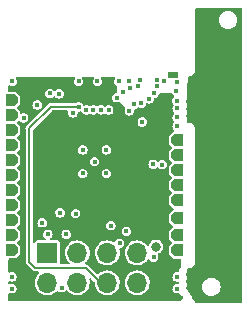
<source format=gbr>
%TF.GenerationSoftware,KiCad,Pcbnew,(6.0.0)*%
%TF.CreationDate,2022-02-03T22:20:30+01:00*%
%TF.ProjectId,ESP31_V3,45535033-315f-4563-932e-6b696361645f,rev?*%
%TF.SameCoordinates,Original*%
%TF.FileFunction,Copper,L3,Inr*%
%TF.FilePolarity,Positive*%
%FSLAX46Y46*%
G04 Gerber Fmt 4.6, Leading zero omitted, Abs format (unit mm)*
G04 Created by KiCad (PCBNEW (6.0.0)) date 2022-02-03 22:20:30*
%MOMM*%
%LPD*%
G01*
G04 APERTURE LIST*
G04 Aperture macros list*
%AMOutline5P*
0 Free polygon, 5 corners , with rotation*
0 The origin of the aperture is its center*
0 number of corners: always 5*
0 $1 to $10 corner X, Y*
0 $11 Rotation angle, in degrees counterclockwise*
0 create outline with 5 corners*
4,1,5,$1,$2,$3,$4,$5,$6,$7,$8,$9,$10,$1,$2,$11*%
%AMOutline6P*
0 Free polygon, 6 corners , with rotation*
0 The origin of the aperture is its center*
0 number of corners: always 6*
0 $1 to $12 corner X, Y*
0 $13 Rotation angle, in degrees counterclockwise*
0 create outline with 6 corners*
4,1,6,$1,$2,$3,$4,$5,$6,$7,$8,$9,$10,$11,$12,$1,$2,$13*%
%AMOutline7P*
0 Free polygon, 7 corners , with rotation*
0 The origin of the aperture is its center*
0 number of corners: always 7*
0 $1 to $14 corner X, Y*
0 $15 Rotation angle, in degrees counterclockwise*
0 create outline with 7 corners*
4,1,7,$1,$2,$3,$4,$5,$6,$7,$8,$9,$10,$11,$12,$13,$14,$1,$2,$15*%
%AMOutline8P*
0 Free polygon, 8 corners , with rotation*
0 The origin of the aperture is its center*
0 number of corners: always 8*
0 $1 to $16 corner X, Y*
0 $17 Rotation angle, in degrees counterclockwise*
0 create outline with 8 corners*
4,1,8,$1,$2,$3,$4,$5,$6,$7,$8,$9,$10,$11,$12,$13,$14,$15,$16,$1,$2,$17*%
G04 Aperture macros list end*
%TA.AperFunction,ComponentPad*%
%ADD10Outline6P,-0.500000X0.500000X0.250000X0.500000X0.500000X0.250000X0.500000X-0.250000X0.250000X-0.500000X-0.500000X-0.500000X180.000000*%
%TD*%
%TA.AperFunction,ComponentPad*%
%ADD11Outline6P,-0.500000X0.500000X0.250000X0.500000X0.500000X0.250000X0.500000X-0.250000X0.250000X-0.500000X-0.500000X-0.500000X0.000000*%
%TD*%
%TA.AperFunction,ComponentPad*%
%ADD12R,0.900000X0.500000*%
%TD*%
%TA.AperFunction,ComponentPad*%
%ADD13R,1.700000X1.700000*%
%TD*%
%TA.AperFunction,ComponentPad*%
%ADD14O,1.700000X1.700000*%
%TD*%
%TA.AperFunction,ViaPad*%
%ADD15C,0.400000*%
%TD*%
%TA.AperFunction,ViaPad*%
%ADD16C,0.800000*%
%TD*%
%TA.AperFunction,Conductor*%
%ADD17C,0.200000*%
%TD*%
G04 APERTURE END LIST*
D10*
%TO.N,/IO5*%
%TO.C,J5*%
X118500000Y-107780000D03*
%TD*%
%TO.N,/IO21*%
%TO.C,J10*%
X118500000Y-101180000D03*
%TD*%
%TO.N,/IO10*%
%TO.C,J7*%
X118500000Y-109230000D03*
%TD*%
D11*
%TO.N,/IO34*%
%TO.C,J18*%
X104500000Y-102870000D03*
%TD*%
D10*
%TO.N,/IO19*%
%TO.C,J9*%
X118500000Y-103720000D03*
%TD*%
%TO.N,/IO9*%
%TO.C,J6*%
X118500000Y-110500000D03*
%TD*%
%TO.N,/IO23*%
%TO.C,J12*%
X118500000Y-104990000D03*
%TD*%
D11*
%TO.N,/IO35*%
%TO.C,J19*%
X104500000Y-100330000D03*
%TD*%
%TO.N,/IO25*%
%TO.C,J13*%
X104500000Y-107950000D03*
%TD*%
%TO.N,/IO27*%
%TO.C,J15*%
X104500000Y-110490000D03*
%TD*%
%TO.N,/IO33*%
%TO.C,J17*%
X104500000Y-106680000D03*
%TD*%
%TO.N,/IO26*%
%TO.C,J14*%
X104500000Y-109220000D03*
%TD*%
D10*
%TO.N,/IO18*%
%TO.C,J8*%
X118500000Y-106260000D03*
%TD*%
D12*
%TO.N,GND*%
%TO.C,AE1*%
X118150000Y-95625000D03*
%TD*%
D11*
%TO.N,/CAPN*%
%TO.C,J3*%
X104500000Y-105410000D03*
%TD*%
%TO.N,/SENS_VN*%
%TO.C,J4*%
X104500000Y-104140000D03*
%TD*%
D10*
%TO.N,/IO22*%
%TO.C,J11*%
X118500000Y-102450000D03*
%TD*%
D11*
%TO.N,/SENS_VP*%
%TO.C,J1*%
X104500000Y-97790000D03*
%TD*%
%TO.N,/IO32*%
%TO.C,J16*%
X104500000Y-101600000D03*
%TD*%
%TO.N,/CAPP*%
%TO.C,J2*%
X104500000Y-99060000D03*
%TD*%
D13*
%TO.N,GND*%
%TO.C,J20*%
X107500000Y-110725000D03*
D14*
%TO.N,/IO1*%
X107500000Y-113265000D03*
%TO.N,/IO2*%
X110040000Y-110725000D03*
%TO.N,/IO4*%
X110040000Y-113265000D03*
%TO.N,/IO0*%
X112580000Y-110725000D03*
%TO.N,/EN*%
X112580000Y-113265000D03*
%TO.N,/IO3*%
X115120000Y-110725000D03*
%TO.N,VIN*%
X115120000Y-113265000D03*
%TD*%
D15*
%TO.N,/IO2*%
X115544600Y-99644200D03*
%TO.N,GND*%
X117350000Y-96150000D03*
X112889765Y-108410228D03*
X116130000Y-97680000D03*
X105500000Y-99300000D03*
X109100000Y-109150000D03*
X113900000Y-97100000D03*
X104550000Y-96200000D03*
X113550000Y-96200000D03*
X114850000Y-98150000D03*
X108580000Y-107330000D03*
X118500000Y-98500000D03*
X116530000Y-97200000D03*
X116750000Y-96050000D03*
X111500000Y-103000000D03*
X106650000Y-98200000D03*
X114200000Y-108900000D03*
X108508800Y-97256600D03*
X116500000Y-111100000D03*
X104500000Y-113750000D03*
X110500000Y-102000000D03*
X108740000Y-113670000D03*
X118450000Y-97825000D03*
X118500000Y-100000000D03*
X115350000Y-96050000D03*
X116750000Y-96600000D03*
X115150000Y-96600000D03*
X109900000Y-107400000D03*
X112500000Y-102000000D03*
X112500000Y-104000000D03*
X118450000Y-96250000D03*
X111750000Y-96200000D03*
X118500000Y-99250000D03*
X114503200Y-96800000D03*
X114400000Y-96200000D03*
X113374500Y-97587566D03*
X110150000Y-96200000D03*
X118500000Y-112750000D03*
X104500000Y-112750000D03*
X113621581Y-109899011D03*
X118425000Y-97000000D03*
X110500000Y-104000000D03*
X118500000Y-113750000D03*
X115450000Y-98050000D03*
X114450000Y-98700000D03*
%TO.N,/EN*%
X107725000Y-97227600D03*
X110162095Y-98373291D03*
%TO.N,+3V3*%
X110124000Y-97775000D03*
X114750000Y-99500000D03*
X113400000Y-108900000D03*
X116396800Y-101896800D03*
X115750000Y-101250000D03*
X107100000Y-104400000D03*
X117495701Y-105195701D03*
%TO.N,/IO1*%
X116464297Y-103214297D03*
%TO.N,/IO2*%
X107069740Y-108169740D03*
%TO.N,/IO4*%
X107542579Y-109142578D03*
%TO.N,/IO3*%
X117211935Y-103241894D03*
D16*
%TO.N,Net-(C1-Pad2)*%
X116700000Y-110200000D03*
D15*
%TO.N,/SENS_VN*%
X110808929Y-98625870D03*
%TO.N,/SENS_VP*%
X112700500Y-98625000D03*
%TO.N,/CAPP*%
X112057502Y-98617052D03*
%TO.N,/CAPN*%
X111408098Y-98605879D03*
%TO.N,/IO34*%
X109668798Y-98858724D03*
%TD*%
D17*
%TO.N,/EN*%
X110750000Y-112000000D02*
X106495880Y-112000000D01*
X105960000Y-100190000D02*
X105960000Y-111440000D01*
X112015000Y-113265000D02*
X110750000Y-112000000D01*
X112540000Y-113265000D02*
X112015000Y-113265000D01*
X110148017Y-98359213D02*
X107790787Y-98359213D01*
X107790787Y-98359213D02*
X105960000Y-100190000D01*
X106495880Y-112000000D02*
X105960000Y-111464120D01*
X110162095Y-98373291D02*
X110148017Y-98359213D01*
X105960000Y-111464120D02*
X105960000Y-111440000D01*
%TD*%
%TA.AperFunction,NonConductor*%
G36*
X123958691Y-90019407D02*
G01*
X123994655Y-90068907D01*
X123999500Y-90099500D01*
X123999500Y-114900500D01*
X123980593Y-114958691D01*
X123931093Y-114994655D01*
X123900500Y-114999500D01*
X120094865Y-114999500D01*
X120036674Y-114980593D01*
X120000710Y-114931093D01*
X119996712Y-114913422D01*
X119988465Y-114850779D01*
X119987618Y-114844343D01*
X119937186Y-114722591D01*
X119856961Y-114618039D01*
X119752410Y-114537814D01*
X119750291Y-114536936D01*
X119715318Y-114501806D01*
X119271335Y-113724835D01*
X119258880Y-113664930D01*
X119284593Y-113608516D01*
X119291447Y-113601102D01*
X119291449Y-113601099D01*
X119297001Y-113595093D01*
X119297243Y-113594545D01*
X120618606Y-113594545D01*
X120636816Y-113767797D01*
X120638601Y-113773039D01*
X120685780Y-113911629D01*
X120692956Y-113932709D01*
X120695854Y-113937419D01*
X120695856Y-113937424D01*
X120781341Y-114076377D01*
X120784238Y-114081086D01*
X120906124Y-114205552D01*
X121052556Y-114299921D01*
X121216257Y-114359503D01*
X121350801Y-114376500D01*
X121443800Y-114376500D01*
X121467300Y-114373864D01*
X121567624Y-114362611D01*
X121567627Y-114362610D01*
X121573121Y-114361994D01*
X121737637Y-114304704D01*
X121885373Y-114212388D01*
X122008985Y-114089636D01*
X122083563Y-113972120D01*
X122099366Y-113947219D01*
X122099368Y-113947214D01*
X122102329Y-113942549D01*
X122160767Y-113778436D01*
X122162692Y-113762293D01*
X122180739Y-113610951D01*
X122180739Y-113610948D01*
X122181394Y-113605455D01*
X122163184Y-113432203D01*
X122107044Y-113267291D01*
X122104146Y-113262581D01*
X122104144Y-113262576D01*
X122018659Y-113123623D01*
X122015762Y-113118914D01*
X121893876Y-112994448D01*
X121747444Y-112900079D01*
X121583743Y-112840497D01*
X121449199Y-112823500D01*
X121356200Y-112823500D01*
X121332700Y-112826136D01*
X121232376Y-112837389D01*
X121232373Y-112837390D01*
X121226879Y-112838006D01*
X121062363Y-112895296D01*
X120914627Y-112987612D01*
X120791015Y-113110364D01*
X120788053Y-113115032D01*
X120700634Y-113252781D01*
X120700632Y-113252786D01*
X120697671Y-113257451D01*
X120639233Y-113421564D01*
X120638579Y-113427051D01*
X120638578Y-113427054D01*
X120631267Y-113488371D01*
X120618606Y-113594545D01*
X119297243Y-113594545D01*
X119344182Y-113488371D01*
X119349422Y-113427880D01*
X119353545Y-113380273D01*
X119353545Y-113380272D01*
X119354251Y-113372120D01*
X119326120Y-113258875D01*
X119321683Y-113252003D01*
X119267265Y-113167724D01*
X119267264Y-113167723D01*
X119262825Y-113160848D01*
X119262316Y-113160447D01*
X119238784Y-113108335D01*
X119251189Y-113048420D01*
X119264488Y-113030265D01*
X119291447Y-113001101D01*
X119297001Y-112995093D01*
X119344182Y-112888371D01*
X119348545Y-112838006D01*
X119353545Y-112780273D01*
X119353545Y-112780272D01*
X119354251Y-112772120D01*
X119326120Y-112658875D01*
X119321683Y-112652003D01*
X119267265Y-112567724D01*
X119267264Y-112567723D01*
X119262825Y-112560848D01*
X119262316Y-112560447D01*
X119238784Y-112508335D01*
X119251189Y-112448420D01*
X119264488Y-112430265D01*
X119291447Y-112401101D01*
X119297001Y-112395093D01*
X119344182Y-112288371D01*
X119349422Y-112227880D01*
X119353545Y-112180273D01*
X119353545Y-112180272D01*
X119354251Y-112172120D01*
X119341380Y-112120306D01*
X119345701Y-112059275D01*
X119385070Y-112012438D01*
X119450381Y-111998287D01*
X119493565Y-112003972D01*
X119493566Y-112003972D01*
X119500000Y-112004819D01*
X119630657Y-111987618D01*
X119752410Y-111937186D01*
X119856961Y-111856961D01*
X119937186Y-111752410D01*
X119987618Y-111630657D01*
X120004819Y-111500000D01*
X120001034Y-111500000D01*
X120000500Y-111494188D01*
X120000500Y-100224868D01*
X120000915Y-100215810D01*
X120002367Y-100200000D01*
X120004819Y-100200000D01*
X119987618Y-100069343D01*
X119937186Y-99947591D01*
X119856961Y-99843039D01*
X119752410Y-99762814D01*
X119630657Y-99712382D01*
X119500000Y-99695181D01*
X119412200Y-99706740D01*
X119352039Y-99695590D01*
X119309922Y-99651208D01*
X119301936Y-99590546D01*
X119308732Y-99568557D01*
X119340874Y-99495853D01*
X119344182Y-99488371D01*
X119349422Y-99427880D01*
X119353545Y-99380273D01*
X119353545Y-99380272D01*
X119354251Y-99372120D01*
X119326120Y-99258875D01*
X119321683Y-99252003D01*
X119267265Y-99167724D01*
X119267264Y-99167723D01*
X119262825Y-99160848D01*
X119262316Y-99160447D01*
X119238784Y-99108335D01*
X119251189Y-99048420D01*
X119264488Y-99030265D01*
X119291447Y-99001101D01*
X119297001Y-98995093D01*
X119344182Y-98888371D01*
X119349422Y-98827880D01*
X119353545Y-98780273D01*
X119353545Y-98780272D01*
X119354251Y-98772120D01*
X119326120Y-98658875D01*
X119321683Y-98652003D01*
X119267265Y-98567724D01*
X119267264Y-98567723D01*
X119262825Y-98560848D01*
X119262316Y-98560447D01*
X119238784Y-98508335D01*
X119251189Y-98448420D01*
X119264488Y-98430265D01*
X119291447Y-98401101D01*
X119297001Y-98395093D01*
X119344182Y-98288371D01*
X119349422Y-98227880D01*
X119353545Y-98180273D01*
X119353545Y-98180272D01*
X119354251Y-98172120D01*
X119326120Y-98058875D01*
X119263167Y-97961377D01*
X119247782Y-97898290D01*
X119249917Y-97875872D01*
X119275774Y-97818056D01*
X119291446Y-97801102D01*
X119297001Y-97795093D01*
X119344182Y-97688371D01*
X119349422Y-97627880D01*
X119353545Y-97580273D01*
X119353545Y-97580272D01*
X119354251Y-97572120D01*
X119326120Y-97458875D01*
X119312964Y-97438500D01*
X119297580Y-97375413D01*
X119318107Y-97159881D01*
X119326115Y-97129237D01*
X119344182Y-97088371D01*
X119344888Y-97080221D01*
X119353545Y-96980273D01*
X119353545Y-96980272D01*
X119354251Y-96972120D01*
X119352278Y-96964176D01*
X119345128Y-96935392D01*
X119342654Y-96902140D01*
X119443838Y-95839706D01*
X119468177Y-95783570D01*
X119520864Y-95752461D01*
X119529464Y-95750940D01*
X119630657Y-95737618D01*
X119752410Y-95687186D01*
X119856961Y-95606961D01*
X119937186Y-95502410D01*
X119987618Y-95380657D01*
X120004819Y-95250000D01*
X120001034Y-95250000D01*
X120000500Y-95244188D01*
X120000500Y-90994545D01*
X122018606Y-90994545D01*
X122036816Y-91167797D01*
X122092956Y-91332709D01*
X122095854Y-91337419D01*
X122095856Y-91337424D01*
X122181341Y-91476377D01*
X122184238Y-91481086D01*
X122306124Y-91605552D01*
X122452556Y-91699921D01*
X122616257Y-91759503D01*
X122750801Y-91776500D01*
X122843800Y-91776500D01*
X122867300Y-91773864D01*
X122967624Y-91762611D01*
X122967627Y-91762610D01*
X122973121Y-91761994D01*
X123137637Y-91704704D01*
X123285373Y-91612388D01*
X123408985Y-91489636D01*
X123444546Y-91433600D01*
X123499366Y-91347219D01*
X123499368Y-91347214D01*
X123502329Y-91342549D01*
X123560767Y-91178436D01*
X123581394Y-91005455D01*
X123563184Y-90832203D01*
X123507044Y-90667291D01*
X123504146Y-90662581D01*
X123504144Y-90662576D01*
X123418659Y-90523623D01*
X123415762Y-90518914D01*
X123293876Y-90394448D01*
X123147444Y-90300079D01*
X122983743Y-90240497D01*
X122849199Y-90223500D01*
X122756200Y-90223500D01*
X122732700Y-90226136D01*
X122632376Y-90237389D01*
X122632373Y-90237390D01*
X122626879Y-90238006D01*
X122462363Y-90295296D01*
X122314627Y-90387612D01*
X122191015Y-90510364D01*
X122188053Y-90515032D01*
X122100634Y-90652781D01*
X122100632Y-90652786D01*
X122097671Y-90657451D01*
X122039233Y-90821564D01*
X122018606Y-90994545D01*
X120000500Y-90994545D01*
X120000500Y-90099500D01*
X120019407Y-90041309D01*
X120068907Y-90005345D01*
X120099500Y-90000500D01*
X123900500Y-90000500D01*
X123958691Y-90019407D01*
G37*
%TD.AperFunction*%
%TA.AperFunction,Conductor*%
%TO.N,+3V3*%
G36*
X109804800Y-95818907D02*
G01*
X109840764Y-95868407D01*
X109840764Y-95929593D01*
X109826997Y-95956611D01*
X109821950Y-95961658D01*
X109818415Y-95968595D01*
X109818414Y-95968597D01*
X109771531Y-96060610D01*
X109764354Y-96074696D01*
X109763135Y-96082390D01*
X109763135Y-96082391D01*
X109760697Y-96097785D01*
X109744508Y-96200000D01*
X109764354Y-96325304D01*
X109821950Y-96438342D01*
X109911658Y-96528050D01*
X109918595Y-96531585D01*
X109918597Y-96531586D01*
X109985944Y-96565901D01*
X110024696Y-96585646D01*
X110032390Y-96586865D01*
X110032391Y-96586865D01*
X110142303Y-96604273D01*
X110150000Y-96605492D01*
X110157697Y-96604273D01*
X110267609Y-96586865D01*
X110267610Y-96586865D01*
X110275304Y-96585646D01*
X110314056Y-96565901D01*
X110381403Y-96531586D01*
X110381405Y-96531585D01*
X110388342Y-96528050D01*
X110478050Y-96438342D01*
X110535646Y-96325304D01*
X110555492Y-96200000D01*
X110539303Y-96097785D01*
X110536865Y-96082391D01*
X110536865Y-96082390D01*
X110535646Y-96074696D01*
X110528469Y-96060610D01*
X110481586Y-95968597D01*
X110481585Y-95968595D01*
X110478050Y-95961658D01*
X110473161Y-95956769D01*
X110454391Y-95898999D01*
X110473299Y-95840809D01*
X110522799Y-95804845D01*
X110553391Y-95800000D01*
X111346609Y-95800000D01*
X111404800Y-95818907D01*
X111440764Y-95868407D01*
X111440764Y-95929593D01*
X111426997Y-95956611D01*
X111421950Y-95961658D01*
X111418415Y-95968595D01*
X111418414Y-95968597D01*
X111371531Y-96060610D01*
X111364354Y-96074696D01*
X111363135Y-96082390D01*
X111363135Y-96082391D01*
X111360697Y-96097785D01*
X111344508Y-96200000D01*
X111364354Y-96325304D01*
X111421950Y-96438342D01*
X111511658Y-96528050D01*
X111518595Y-96531585D01*
X111518597Y-96531586D01*
X111585944Y-96565901D01*
X111624696Y-96585646D01*
X111632390Y-96586865D01*
X111632391Y-96586865D01*
X111742303Y-96604273D01*
X111750000Y-96605492D01*
X111757697Y-96604273D01*
X111867609Y-96586865D01*
X111867610Y-96586865D01*
X111875304Y-96585646D01*
X111914056Y-96565901D01*
X111981403Y-96531586D01*
X111981405Y-96531585D01*
X111988342Y-96528050D01*
X112078050Y-96438342D01*
X112135646Y-96325304D01*
X112155492Y-96200000D01*
X112139303Y-96097785D01*
X112136865Y-96082391D01*
X112136865Y-96082390D01*
X112135646Y-96074696D01*
X112128469Y-96060610D01*
X112081586Y-95968597D01*
X112081585Y-95968595D01*
X112078050Y-95961658D01*
X112073161Y-95956769D01*
X112054391Y-95898999D01*
X112073299Y-95840809D01*
X112122799Y-95804845D01*
X112153391Y-95800000D01*
X113146609Y-95800000D01*
X113204800Y-95818907D01*
X113240764Y-95868407D01*
X113240764Y-95929593D01*
X113226997Y-95956611D01*
X113221950Y-95961658D01*
X113218415Y-95968595D01*
X113218414Y-95968597D01*
X113171531Y-96060610D01*
X113164354Y-96074696D01*
X113163135Y-96082390D01*
X113163135Y-96082391D01*
X113160697Y-96097785D01*
X113144508Y-96200000D01*
X113164354Y-96325304D01*
X113221950Y-96438342D01*
X113311658Y-96528050D01*
X113318595Y-96531585D01*
X113318597Y-96531586D01*
X113357121Y-96551215D01*
X113385946Y-96565902D01*
X113429210Y-96609166D01*
X113440000Y-96654111D01*
X113440000Y-97087146D01*
X113421093Y-97145337D01*
X113371593Y-97181301D01*
X113356487Y-97184927D01*
X113256891Y-97200701D01*
X113256890Y-97200701D01*
X113249196Y-97201920D01*
X113242257Y-97205456D01*
X113242256Y-97205456D01*
X113143097Y-97255980D01*
X113143095Y-97255981D01*
X113136158Y-97259516D01*
X113046450Y-97349224D01*
X113042915Y-97356161D01*
X113042914Y-97356163D01*
X113002169Y-97436129D01*
X112988854Y-97462262D01*
X112969008Y-97587566D01*
X112970227Y-97595263D01*
X112983692Y-97680275D01*
X112988854Y-97712870D01*
X112992390Y-97719809D01*
X112992390Y-97719810D01*
X113042365Y-97817890D01*
X113046450Y-97825908D01*
X113136158Y-97915616D01*
X113143095Y-97919151D01*
X113143097Y-97919152D01*
X113240965Y-97969018D01*
X113249196Y-97973212D01*
X113256890Y-97974431D01*
X113256891Y-97974431D01*
X113366803Y-97991839D01*
X113374500Y-97993058D01*
X113382197Y-97991839D01*
X113492109Y-97974431D01*
X113492110Y-97974431D01*
X113499804Y-97973212D01*
X113508862Y-97968597D01*
X113525585Y-97960076D01*
X113586017Y-97950505D01*
X113640137Y-97977888D01*
X114072995Y-98405883D01*
X114101080Y-98460242D01*
X114091598Y-98521226D01*
X114067890Y-98567755D01*
X114067889Y-98567758D01*
X114064354Y-98574696D01*
X114063135Y-98582390D01*
X114063135Y-98582391D01*
X114046681Y-98686280D01*
X114044508Y-98700000D01*
X114045727Y-98707697D01*
X114061138Y-98804996D01*
X114064354Y-98825304D01*
X114067890Y-98832243D01*
X114067890Y-98832244D01*
X114117581Y-98929767D01*
X114121950Y-98938342D01*
X114211658Y-99028050D01*
X114218595Y-99031585D01*
X114218597Y-99031586D01*
X114315142Y-99080778D01*
X114324696Y-99085646D01*
X114332390Y-99086865D01*
X114332391Y-99086865D01*
X114442303Y-99104273D01*
X114450000Y-99105492D01*
X114457697Y-99104273D01*
X114567609Y-99086865D01*
X114567610Y-99086865D01*
X114575304Y-99085646D01*
X114584858Y-99080778D01*
X114681403Y-99031586D01*
X114681405Y-99031585D01*
X114688342Y-99028050D01*
X114778050Y-98938342D01*
X114782420Y-98929767D01*
X114832110Y-98832244D01*
X114832110Y-98832243D01*
X114835646Y-98825304D01*
X114838863Y-98804996D01*
X114854273Y-98707697D01*
X114855492Y-98700000D01*
X114852682Y-98682255D01*
X114848517Y-98655961D01*
X114858088Y-98595529D01*
X114901353Y-98552264D01*
X114930811Y-98542693D01*
X114967609Y-98536865D01*
X114967610Y-98536865D01*
X114975304Y-98535646D01*
X115030157Y-98507697D01*
X115081403Y-98481586D01*
X115081405Y-98481585D01*
X115088342Y-98478050D01*
X115145351Y-98421041D01*
X115199868Y-98393264D01*
X115260300Y-98402835D01*
X115317755Y-98432110D01*
X115317758Y-98432111D01*
X115324696Y-98435646D01*
X115332390Y-98436865D01*
X115332391Y-98436865D01*
X115442303Y-98454273D01*
X115450000Y-98455492D01*
X115457697Y-98454273D01*
X115567609Y-98436865D01*
X115567610Y-98436865D01*
X115575304Y-98435646D01*
X115582244Y-98432110D01*
X115681403Y-98381586D01*
X115681405Y-98381585D01*
X115688342Y-98378050D01*
X115778050Y-98288342D01*
X115785209Y-98274293D01*
X115832110Y-98182244D01*
X115832110Y-98182243D01*
X115835646Y-98175304D01*
X115836865Y-98167609D01*
X115843025Y-98128716D01*
X115870803Y-98074199D01*
X115925319Y-98046422D01*
X115985751Y-98055993D01*
X116004696Y-98065646D01*
X116012390Y-98066865D01*
X116012391Y-98066865D01*
X116122303Y-98084273D01*
X116130000Y-98085492D01*
X116137697Y-98084273D01*
X116247609Y-98066865D01*
X116247610Y-98066865D01*
X116255304Y-98065646D01*
X116272689Y-98056788D01*
X116361403Y-98011586D01*
X116361405Y-98011585D01*
X116368342Y-98008050D01*
X116458050Y-97918342D01*
X116462245Y-97910110D01*
X116512110Y-97812244D01*
X116512110Y-97812243D01*
X116515646Y-97805304D01*
X116532373Y-97699696D01*
X116535492Y-97680000D01*
X116537228Y-97680275D01*
X116553180Y-97631178D01*
X116602680Y-97595214D01*
X116617787Y-97591588D01*
X116647609Y-97586865D01*
X116647610Y-97586865D01*
X116655304Y-97585646D01*
X116681850Y-97572120D01*
X116761403Y-97531586D01*
X116761405Y-97531585D01*
X116768342Y-97528050D01*
X116858050Y-97438342D01*
X116867647Y-97419508D01*
X116912110Y-97332244D01*
X116912110Y-97332243D01*
X116915646Y-97325304D01*
X116917514Y-97313508D01*
X116945294Y-97258994D01*
X116999812Y-97231218D01*
X117015295Y-97230000D01*
X118047600Y-97230000D01*
X118105791Y-97248907D01*
X118117602Y-97258994D01*
X118186658Y-97328050D01*
X118195266Y-97332436D01*
X118196590Y-97333760D01*
X118199903Y-97336167D01*
X118199522Y-97336692D01*
X118238531Y-97375698D01*
X118248106Y-97436129D01*
X118220331Y-97490647D01*
X118214864Y-97495317D01*
X118211658Y-97496950D01*
X118121950Y-97586658D01*
X118118415Y-97593595D01*
X118118414Y-97593597D01*
X118070124Y-97688371D01*
X118064354Y-97699696D01*
X118063135Y-97707390D01*
X118063135Y-97707391D01*
X118046528Y-97812244D01*
X118044508Y-97825000D01*
X118064354Y-97950304D01*
X118067890Y-97957243D01*
X118067890Y-97957244D01*
X118117699Y-98054998D01*
X118121950Y-98063342D01*
X118176104Y-98117496D01*
X118203881Y-98172013D01*
X118194310Y-98232445D01*
X118181797Y-98249668D01*
X118182039Y-98249844D01*
X118177456Y-98256152D01*
X118171950Y-98261658D01*
X118168415Y-98268595D01*
X118168414Y-98268597D01*
X118127413Y-98349067D01*
X118114354Y-98374696D01*
X118113135Y-98382390D01*
X118113135Y-98382391D01*
X118097552Y-98480778D01*
X118094508Y-98500000D01*
X118095727Y-98507697D01*
X118106339Y-98574696D01*
X118114354Y-98625304D01*
X118117890Y-98632243D01*
X118117890Y-98632244D01*
X118166742Y-98728120D01*
X118171950Y-98738342D01*
X118238604Y-98804996D01*
X118266381Y-98859513D01*
X118256810Y-98919945D01*
X118238604Y-98945004D01*
X118171950Y-99011658D01*
X118168415Y-99018595D01*
X118168414Y-99018597D01*
X118142938Y-99068597D01*
X118114354Y-99124696D01*
X118094508Y-99250000D01*
X118095727Y-99257697D01*
X118096760Y-99264216D01*
X118114354Y-99375304D01*
X118117890Y-99382243D01*
X118117890Y-99382244D01*
X118143367Y-99432244D01*
X118171950Y-99488342D01*
X118238604Y-99554996D01*
X118266381Y-99609513D01*
X118256810Y-99669945D01*
X118238604Y-99695004D01*
X118171950Y-99761658D01*
X118114354Y-99874696D01*
X118113135Y-99882390D01*
X118113135Y-99882391D01*
X118097122Y-99983498D01*
X118094508Y-100000000D01*
X118095727Y-100007697D01*
X118111502Y-100107295D01*
X118114354Y-100125304D01*
X118117890Y-100132243D01*
X118117890Y-100132244D01*
X118152779Y-100200716D01*
X118171950Y-100238342D01*
X118251823Y-100318215D01*
X118279600Y-100372732D01*
X118270029Y-100433164D01*
X118226764Y-100476429D01*
X118201277Y-100485288D01*
X118195064Y-100486534D01*
X118171439Y-100491269D01*
X118122255Y-100524195D01*
X117844196Y-100802254D01*
X117810997Y-100852099D01*
X117799500Y-100910162D01*
X117799499Y-101449841D01*
X117800462Y-101454644D01*
X117800462Y-101454647D01*
X117809355Y-101499015D01*
X117809356Y-101499018D01*
X117811269Y-101508561D01*
X117844195Y-101557745D01*
X118031446Y-101744996D01*
X118059223Y-101799513D01*
X118049652Y-101859945D01*
X118031446Y-101885004D01*
X117844196Y-102072254D01*
X117810997Y-102122099D01*
X117799500Y-102180162D01*
X117799499Y-102719841D01*
X117800462Y-102724644D01*
X117800462Y-102724647D01*
X117809355Y-102769015D01*
X117809356Y-102769018D01*
X117811269Y-102778561D01*
X117844195Y-102827745D01*
X118031446Y-103014996D01*
X118059223Y-103069513D01*
X118049652Y-103129945D01*
X118031446Y-103155004D01*
X117844196Y-103342254D01*
X117841482Y-103346329D01*
X117841481Y-103346330D01*
X117821313Y-103376611D01*
X117810997Y-103392099D01*
X117799500Y-103450162D01*
X117799499Y-103989841D01*
X117800462Y-103994644D01*
X117800462Y-103994647D01*
X117809355Y-104039015D01*
X117809356Y-104039018D01*
X117811269Y-104048561D01*
X117844195Y-104097745D01*
X118031446Y-104284996D01*
X118059223Y-104339513D01*
X118049652Y-104399945D01*
X118031446Y-104425004D01*
X117844196Y-104612254D01*
X117810997Y-104662099D01*
X117799500Y-104720162D01*
X117799499Y-105259841D01*
X117800462Y-105264644D01*
X117800462Y-105264647D01*
X117809355Y-105309015D01*
X117809356Y-105309018D01*
X117811269Y-105318561D01*
X117844195Y-105367745D01*
X118031446Y-105554996D01*
X118059223Y-105609513D01*
X118049652Y-105669945D01*
X118031446Y-105695004D01*
X117844196Y-105882254D01*
X117810997Y-105932099D01*
X117799500Y-105990162D01*
X117799499Y-106529841D01*
X117800462Y-106534644D01*
X117800462Y-106534647D01*
X117809355Y-106579015D01*
X117809356Y-106579018D01*
X117811269Y-106588561D01*
X117844195Y-106637745D01*
X118122254Y-106915804D01*
X118126327Y-106918517D01*
X118126337Y-106918525D01*
X118154900Y-106937549D01*
X118192850Y-106985543D01*
X118195342Y-107046677D01*
X118161425Y-107097601D01*
X118155114Y-107102198D01*
X118122255Y-107124195D01*
X117844196Y-107402254D01*
X117841482Y-107406329D01*
X117841481Y-107406330D01*
X117827223Y-107427738D01*
X117810997Y-107452099D01*
X117799500Y-107510162D01*
X117799499Y-108049841D01*
X117800462Y-108054644D01*
X117800462Y-108054647D01*
X117809355Y-108099015D01*
X117809356Y-108099018D01*
X117811269Y-108108561D01*
X117844195Y-108157745D01*
X118121446Y-108434996D01*
X118149223Y-108489513D01*
X118139652Y-108549945D01*
X118121446Y-108575004D01*
X117844196Y-108852254D01*
X117841482Y-108856329D01*
X117841481Y-108856330D01*
X117817522Y-108892303D01*
X117810997Y-108902099D01*
X117799500Y-108960162D01*
X117799499Y-109499841D01*
X117800462Y-109504644D01*
X117800462Y-109504647D01*
X117809355Y-109549015D01*
X117809356Y-109549018D01*
X117811269Y-109558561D01*
X117844195Y-109607745D01*
X118031446Y-109794996D01*
X118059223Y-109849513D01*
X118049652Y-109909945D01*
X118031446Y-109935004D01*
X117844196Y-110122254D01*
X117810997Y-110172099D01*
X117799500Y-110230162D01*
X117799499Y-110769841D01*
X117800462Y-110774644D01*
X117800462Y-110774647D01*
X117809355Y-110819015D01*
X117809356Y-110819018D01*
X117811269Y-110828561D01*
X117844195Y-110877745D01*
X118122254Y-111155804D01*
X118126329Y-111158518D01*
X118126330Y-111158519D01*
X118156677Y-111178731D01*
X118172099Y-111189003D01*
X118230162Y-111200500D01*
X118701000Y-111200500D01*
X118759191Y-111219407D01*
X118795155Y-111268907D01*
X118800000Y-111299500D01*
X118800000Y-111466040D01*
X118797482Y-111488227D01*
X118794857Y-111499642D01*
X118796199Y-111505572D01*
X118797309Y-111515423D01*
X118797309Y-111515431D01*
X118812610Y-111651221D01*
X118813233Y-111656750D01*
X118847424Y-111754463D01*
X118857667Y-111783737D01*
X118859039Y-111844907D01*
X118824195Y-111895201D01*
X118811237Y-111903558D01*
X118782206Y-111919222D01*
X118702999Y-112004907D01*
X118655818Y-112111629D01*
X118655112Y-112119777D01*
X118655112Y-112119778D01*
X118649409Y-112185627D01*
X118645749Y-112227880D01*
X118647722Y-112235822D01*
X118648364Y-112243979D01*
X118644715Y-112244266D01*
X118641543Y-112289290D01*
X118602190Y-112336141D01*
X118542814Y-112350912D01*
X118534284Y-112349938D01*
X118507697Y-112345727D01*
X118500000Y-112344508D01*
X118492303Y-112345727D01*
X118382391Y-112363135D01*
X118382390Y-112363135D01*
X118374696Y-112364354D01*
X118367757Y-112367890D01*
X118367756Y-112367890D01*
X118268597Y-112418414D01*
X118268595Y-112418415D01*
X118261658Y-112421950D01*
X118171950Y-112511658D01*
X118168415Y-112518595D01*
X118168414Y-112518597D01*
X118146886Y-112560848D01*
X118114354Y-112624696D01*
X118113135Y-112632390D01*
X118113135Y-112632391D01*
X118106055Y-112677095D01*
X118094508Y-112750000D01*
X118095727Y-112757697D01*
X118112366Y-112862749D01*
X118114354Y-112875304D01*
X118117890Y-112882243D01*
X118117890Y-112882244D01*
X118143614Y-112932729D01*
X118171950Y-112988342D01*
X118261658Y-113078050D01*
X118268595Y-113081585D01*
X118268597Y-113081586D01*
X118332278Y-113114033D01*
X118374696Y-113135646D01*
X118382390Y-113136865D01*
X118382391Y-113136865D01*
X118479335Y-113152219D01*
X118495428Y-113160419D01*
X118520663Y-113152219D01*
X118562246Y-113145633D01*
X118622676Y-113155204D01*
X118665941Y-113198468D01*
X118675513Y-113258900D01*
X118668279Y-113283443D01*
X118662837Y-113295753D01*
X118622015Y-113341330D01*
X118556804Y-113353505D01*
X118520663Y-113347781D01*
X118504572Y-113339581D01*
X118479335Y-113347781D01*
X118382391Y-113363135D01*
X118382390Y-113363135D01*
X118374696Y-113364354D01*
X118367757Y-113367890D01*
X118367756Y-113367890D01*
X118268597Y-113418414D01*
X118268595Y-113418415D01*
X118261658Y-113421950D01*
X118171950Y-113511658D01*
X118168415Y-113518595D01*
X118168414Y-113518597D01*
X118117890Y-113617756D01*
X118114354Y-113624696D01*
X118113135Y-113632390D01*
X118113135Y-113632391D01*
X118104050Y-113689755D01*
X118094508Y-113750000D01*
X118095727Y-113757697D01*
X118109417Y-113844130D01*
X118114354Y-113875304D01*
X118117890Y-113882243D01*
X118117890Y-113882244D01*
X118150544Y-113946330D01*
X118171950Y-113988342D01*
X118261658Y-114078050D01*
X118268595Y-114081585D01*
X118268597Y-114081586D01*
X118367130Y-114131791D01*
X118374696Y-114135646D01*
X118382390Y-114136865D01*
X118382391Y-114136865D01*
X118492303Y-114154273D01*
X118500000Y-114155492D01*
X118507697Y-114154273D01*
X118507698Y-114154273D01*
X118602483Y-114139261D01*
X118662915Y-114148833D01*
X118701138Y-114183340D01*
X118737175Y-114239152D01*
X118828811Y-114311392D01*
X118836529Y-114314102D01*
X118836530Y-114314103D01*
X118933803Y-114348263D01*
X118982442Y-114385384D01*
X119000000Y-114441671D01*
X119000000Y-114444043D01*
X118981093Y-114502234D01*
X118971004Y-114514047D01*
X118949255Y-114535796D01*
X118865331Y-114669360D01*
X118863495Y-114674608D01*
X118842819Y-114733697D01*
X118805754Y-114782378D01*
X118749374Y-114800000D01*
X104299000Y-114800000D01*
X104240809Y-114781093D01*
X104204845Y-114731593D01*
X104200000Y-114701000D01*
X104200000Y-114208188D01*
X104218907Y-114149997D01*
X104268407Y-114114033D01*
X104329593Y-114114033D01*
X104343944Y-114119978D01*
X104367752Y-114132109D01*
X104367758Y-114132111D01*
X104374696Y-114135646D01*
X104382390Y-114136865D01*
X104382391Y-114136865D01*
X104492303Y-114154273D01*
X104500000Y-114155492D01*
X104507697Y-114154273D01*
X104617609Y-114136865D01*
X104617610Y-114136865D01*
X104625304Y-114135646D01*
X104632870Y-114131791D01*
X104731403Y-114081586D01*
X104731405Y-114081585D01*
X104738342Y-114078050D01*
X104828050Y-113988342D01*
X104849457Y-113946330D01*
X104882110Y-113882244D01*
X104882110Y-113882243D01*
X104885646Y-113875304D01*
X104890584Y-113844130D01*
X104904273Y-113757697D01*
X104905492Y-113750000D01*
X104895950Y-113689755D01*
X104886865Y-113632391D01*
X104886865Y-113632390D01*
X104885646Y-113624696D01*
X104882110Y-113617756D01*
X104831586Y-113518597D01*
X104831585Y-113518595D01*
X104828050Y-113511658D01*
X104738342Y-113421950D01*
X104731405Y-113418415D01*
X104731403Y-113418414D01*
X104632244Y-113367890D01*
X104632243Y-113367890D01*
X104625304Y-113364354D01*
X104617610Y-113363135D01*
X104617609Y-113363135D01*
X104520665Y-113347781D01*
X104504572Y-113339581D01*
X104479335Y-113347781D01*
X104382391Y-113363135D01*
X104382390Y-113363135D01*
X104374696Y-113364354D01*
X104367758Y-113367889D01*
X104367752Y-113367891D01*
X104343944Y-113380022D01*
X104283512Y-113389593D01*
X104228996Y-113361815D01*
X104201219Y-113307298D01*
X104200000Y-113291812D01*
X104200000Y-113208188D01*
X104218907Y-113149997D01*
X104268407Y-113114033D01*
X104329593Y-113114033D01*
X104343944Y-113119978D01*
X104367752Y-113132109D01*
X104367758Y-113132111D01*
X104374696Y-113135646D01*
X104382390Y-113136865D01*
X104382391Y-113136865D01*
X104479335Y-113152219D01*
X104495428Y-113160419D01*
X104520665Y-113152219D01*
X104617609Y-113136865D01*
X104617610Y-113136865D01*
X104625304Y-113135646D01*
X104667722Y-113114033D01*
X104731403Y-113081586D01*
X104731405Y-113081585D01*
X104738342Y-113078050D01*
X104828050Y-112988342D01*
X104856387Y-112932729D01*
X104882110Y-112882244D01*
X104882110Y-112882243D01*
X104885646Y-112875304D01*
X104887635Y-112862749D01*
X104904273Y-112757697D01*
X104905492Y-112750000D01*
X104893945Y-112677095D01*
X104886865Y-112632391D01*
X104886865Y-112632390D01*
X104885646Y-112624696D01*
X104853114Y-112560848D01*
X104831586Y-112518597D01*
X104831585Y-112518595D01*
X104828050Y-112511658D01*
X104738342Y-112421950D01*
X104731405Y-112418415D01*
X104731403Y-112418414D01*
X104632244Y-112367890D01*
X104632243Y-112367890D01*
X104625304Y-112364354D01*
X104617610Y-112363135D01*
X104617609Y-112363135D01*
X104507697Y-112345727D01*
X104500000Y-112344508D01*
X104492303Y-112345727D01*
X104382391Y-112363135D01*
X104382390Y-112363135D01*
X104374696Y-112364354D01*
X104367758Y-112367889D01*
X104367752Y-112367891D01*
X104343944Y-112380022D01*
X104283512Y-112389593D01*
X104228996Y-112361815D01*
X104201219Y-112307298D01*
X104200000Y-112291812D01*
X104200000Y-111289500D01*
X104218907Y-111231309D01*
X104268407Y-111195345D01*
X104298999Y-111190500D01*
X104742967Y-111190501D01*
X104769841Y-111190501D01*
X104774644Y-111189538D01*
X104774647Y-111189538D01*
X104819015Y-111180645D01*
X104819018Y-111180644D01*
X104828561Y-111178731D01*
X104877745Y-111145805D01*
X105155804Y-110867746D01*
X105159859Y-110861658D01*
X105183607Y-110826003D01*
X105183607Y-110826002D01*
X105189003Y-110817901D01*
X105200500Y-110759838D01*
X105200501Y-110220159D01*
X105197750Y-110206434D01*
X105190645Y-110170985D01*
X105190644Y-110170982D01*
X105188731Y-110161439D01*
X105155805Y-110112255D01*
X104968554Y-109925004D01*
X104940777Y-109870487D01*
X104950348Y-109810055D01*
X104968554Y-109784996D01*
X105155804Y-109597746D01*
X105189003Y-109547901D01*
X105200500Y-109489838D01*
X105200501Y-108950159D01*
X105192784Y-108911658D01*
X105190645Y-108900985D01*
X105190644Y-108900982D01*
X105188731Y-108891439D01*
X105155805Y-108842255D01*
X104968554Y-108655004D01*
X104940777Y-108600487D01*
X104950348Y-108540055D01*
X104968554Y-108514996D01*
X105155804Y-108327746D01*
X105158519Y-108323670D01*
X105183607Y-108286003D01*
X105183607Y-108286002D01*
X105189003Y-108277901D01*
X105200500Y-108219838D01*
X105200501Y-107680159D01*
X105199538Y-107675353D01*
X105190645Y-107630985D01*
X105190644Y-107630982D01*
X105188731Y-107621439D01*
X105155805Y-107572255D01*
X104968554Y-107385004D01*
X104940777Y-107330487D01*
X104950348Y-107270055D01*
X104968554Y-107244996D01*
X105155804Y-107057746D01*
X105158519Y-107053670D01*
X105183607Y-107016003D01*
X105183607Y-107016002D01*
X105189003Y-107007901D01*
X105200500Y-106949838D01*
X105200501Y-106410159D01*
X105199538Y-106405353D01*
X105190645Y-106360985D01*
X105190644Y-106360982D01*
X105188731Y-106351439D01*
X105155805Y-106302255D01*
X104968554Y-106115004D01*
X104940777Y-106060487D01*
X104950348Y-106000055D01*
X104968554Y-105974996D01*
X105155804Y-105787746D01*
X105189003Y-105737901D01*
X105200500Y-105679838D01*
X105200501Y-105140159D01*
X105199538Y-105135353D01*
X105190645Y-105090985D01*
X105190644Y-105090982D01*
X105188731Y-105081439D01*
X105155805Y-105032255D01*
X104968554Y-104845004D01*
X104940777Y-104790487D01*
X104950348Y-104730055D01*
X104968554Y-104704996D01*
X105155804Y-104517746D01*
X105189003Y-104467901D01*
X105200500Y-104409838D01*
X105200501Y-103870159D01*
X105199538Y-103865353D01*
X105190645Y-103820985D01*
X105190644Y-103820982D01*
X105188731Y-103811439D01*
X105155805Y-103762255D01*
X104968554Y-103575004D01*
X104940777Y-103520487D01*
X104950348Y-103460055D01*
X104968554Y-103434996D01*
X105155804Y-103247746D01*
X105159702Y-103241894D01*
X105183607Y-103206003D01*
X105183607Y-103206002D01*
X105189003Y-103197901D01*
X105200500Y-103139838D01*
X105200501Y-102600159D01*
X105199538Y-102595353D01*
X105190645Y-102550985D01*
X105190644Y-102550982D01*
X105188731Y-102541439D01*
X105155805Y-102492255D01*
X104968554Y-102305004D01*
X104940777Y-102250487D01*
X104950348Y-102190055D01*
X104968554Y-102164996D01*
X105155804Y-101977746D01*
X105189003Y-101927901D01*
X105200500Y-101869838D01*
X105200501Y-101330159D01*
X105199538Y-101325353D01*
X105190645Y-101280985D01*
X105190644Y-101280982D01*
X105188731Y-101271439D01*
X105155805Y-101222255D01*
X104968554Y-101035004D01*
X104940777Y-100980487D01*
X104950348Y-100920055D01*
X104968554Y-100894996D01*
X105155804Y-100707746D01*
X105189003Y-100657901D01*
X105200500Y-100599838D01*
X105200501Y-100175066D01*
X105654660Y-100175066D01*
X105657212Y-100193815D01*
X105658596Y-100203987D01*
X105659500Y-100217337D01*
X105659500Y-111410612D01*
X105659197Y-111414737D01*
X105657575Y-111419462D01*
X105657918Y-111428596D01*
X105659430Y-111468881D01*
X105659500Y-111472594D01*
X105659500Y-111492068D01*
X105660325Y-111496498D01*
X105660661Y-111501691D01*
X105661774Y-111531328D01*
X105665380Y-111539722D01*
X105665381Y-111539725D01*
X105666317Y-111541903D01*
X105672683Y-111562854D01*
X105674791Y-111574173D01*
X105688768Y-111596848D01*
X105695452Y-111609716D01*
X105699201Y-111618441D01*
X105705964Y-111634183D01*
X105709978Y-111639069D01*
X105714342Y-111643433D01*
X105728613Y-111661488D01*
X105733532Y-111669468D01*
X105756769Y-111687138D01*
X105766839Y-111695930D01*
X106245560Y-112174651D01*
X106248260Y-112177780D01*
X106250455Y-112182269D01*
X106257158Y-112188487D01*
X106286702Y-112215893D01*
X106289378Y-112218469D01*
X106303157Y-112232248D01*
X106306867Y-112234793D01*
X106310780Y-112238229D01*
X106332526Y-112258401D01*
X106341012Y-112261787D01*
X106341014Y-112261788D01*
X106343217Y-112262667D01*
X106362528Y-112272978D01*
X106364487Y-112274322D01*
X106364490Y-112274323D01*
X106372026Y-112279493D01*
X106380918Y-112281603D01*
X106380920Y-112281604D01*
X106397946Y-112285644D01*
X106411765Y-112290014D01*
X106436502Y-112299883D01*
X106442795Y-112300500D01*
X106448965Y-112300500D01*
X106471821Y-112303175D01*
X106480946Y-112305340D01*
X106509868Y-112301404D01*
X106523217Y-112300500D01*
X106741900Y-112300500D01*
X106800091Y-112319407D01*
X106836055Y-112368907D01*
X106836055Y-112430093D01*
X106803933Y-112476655D01*
X106765225Y-112507777D01*
X106765223Y-112507779D01*
X106761447Y-112510815D01*
X106758333Y-112514526D01*
X106758332Y-112514527D01*
X106671713Y-112617756D01*
X106629024Y-112668630D01*
X106626689Y-112672878D01*
X106626688Y-112672879D01*
X106619955Y-112685126D01*
X106529776Y-112849162D01*
X106528313Y-112853775D01*
X106528311Y-112853779D01*
X106518727Y-112883992D01*
X106467484Y-113045532D01*
X106466944Y-113050344D01*
X106466944Y-113050345D01*
X106445394Y-113242474D01*
X106444520Y-113250262D01*
X106451949Y-113338735D01*
X106459400Y-113427456D01*
X106461759Y-113455553D01*
X106463092Y-113460201D01*
X106463092Y-113460202D01*
X106479837Y-113518597D01*
X106518544Y-113653586D01*
X106612712Y-113836818D01*
X106740677Y-113998270D01*
X106744357Y-114001402D01*
X106744359Y-114001404D01*
X106803939Y-114052110D01*
X106897564Y-114131791D01*
X106901787Y-114134151D01*
X106901791Y-114134154D01*
X107010829Y-114195093D01*
X107077398Y-114232297D01*
X107081996Y-114233791D01*
X107268724Y-114294463D01*
X107268726Y-114294464D01*
X107273329Y-114295959D01*
X107477894Y-114320351D01*
X107482716Y-114319980D01*
X107482719Y-114319980D01*
X107550541Y-114314761D01*
X107683300Y-114304546D01*
X107881725Y-114249145D01*
X107886038Y-114246966D01*
X107886044Y-114246964D01*
X108061289Y-114158441D01*
X108061291Y-114158440D01*
X108065610Y-114156258D01*
X108075114Y-114148833D01*
X108224135Y-114032406D01*
X108224139Y-114032402D01*
X108227951Y-114029424D01*
X108299675Y-113946330D01*
X108352011Y-113914634D01*
X108412982Y-113919753D01*
X108444622Y-113941014D01*
X108501658Y-113998050D01*
X108508595Y-114001585D01*
X108508597Y-114001586D01*
X108569085Y-114032406D01*
X108614696Y-114055646D01*
X108622390Y-114056865D01*
X108622391Y-114056865D01*
X108732303Y-114074273D01*
X108740000Y-114075492D01*
X108747697Y-114074273D01*
X108857609Y-114056865D01*
X108857610Y-114056865D01*
X108865304Y-114055646D01*
X108910915Y-114032406D01*
X108971403Y-114001586D01*
X108971405Y-114001585D01*
X108978342Y-113998050D01*
X109068050Y-113908342D01*
X109070555Y-113910847D01*
X109107715Y-113883855D01*
X109168900Y-113883862D01*
X109215882Y-113916519D01*
X109280677Y-113998270D01*
X109284357Y-114001402D01*
X109284359Y-114001404D01*
X109343939Y-114052110D01*
X109437564Y-114131791D01*
X109441787Y-114134151D01*
X109441791Y-114134154D01*
X109550829Y-114195093D01*
X109617398Y-114232297D01*
X109621996Y-114233791D01*
X109808724Y-114294463D01*
X109808726Y-114294464D01*
X109813329Y-114295959D01*
X110017894Y-114320351D01*
X110022716Y-114319980D01*
X110022719Y-114319980D01*
X110090541Y-114314761D01*
X110223300Y-114304546D01*
X110421725Y-114249145D01*
X110426038Y-114246966D01*
X110426044Y-114246964D01*
X110601289Y-114158441D01*
X110601291Y-114158440D01*
X110605610Y-114156258D01*
X110615114Y-114148833D01*
X110764135Y-114032406D01*
X110764139Y-114032402D01*
X110767951Y-114029424D01*
X110902564Y-113873472D01*
X110905895Y-113867609D01*
X111001934Y-113698550D01*
X111001935Y-113698547D01*
X111004323Y-113694344D01*
X111017882Y-113653586D01*
X111067824Y-113503454D01*
X111067824Y-113503452D01*
X111069351Y-113498863D01*
X111070677Y-113488371D01*
X111094823Y-113297228D01*
X111095171Y-113294474D01*
X111095275Y-113287078D01*
X111095544Y-113267776D01*
X111095583Y-113265000D01*
X111094985Y-113258900D01*
X111075952Y-113064780D01*
X111075951Y-113064776D01*
X111075480Y-113059970D01*
X111055532Y-112993900D01*
X111056814Y-112932729D01*
X111093806Y-112883992D01*
X111152380Y-112866308D01*
X111210162Y-112886429D01*
X111220311Y-112895282D01*
X111496115Y-113171086D01*
X111523892Y-113225603D01*
X111525101Y-113242474D01*
X111525059Y-113245452D01*
X111524520Y-113250262D01*
X111531949Y-113338735D01*
X111539400Y-113427456D01*
X111541759Y-113455553D01*
X111543092Y-113460201D01*
X111543092Y-113460202D01*
X111559837Y-113518597D01*
X111598544Y-113653586D01*
X111692712Y-113836818D01*
X111820677Y-113998270D01*
X111824357Y-114001402D01*
X111824359Y-114001404D01*
X111883939Y-114052110D01*
X111977564Y-114131791D01*
X111981787Y-114134151D01*
X111981791Y-114134154D01*
X112090829Y-114195093D01*
X112157398Y-114232297D01*
X112161996Y-114233791D01*
X112348724Y-114294463D01*
X112348726Y-114294464D01*
X112353329Y-114295959D01*
X112557894Y-114320351D01*
X112562716Y-114319980D01*
X112562719Y-114319980D01*
X112630541Y-114314761D01*
X112763300Y-114304546D01*
X112961725Y-114249145D01*
X112966038Y-114246966D01*
X112966044Y-114246964D01*
X113141289Y-114158441D01*
X113141291Y-114158440D01*
X113145610Y-114156258D01*
X113155114Y-114148833D01*
X113304135Y-114032406D01*
X113304139Y-114032402D01*
X113307951Y-114029424D01*
X113442564Y-113873472D01*
X113445895Y-113867609D01*
X113541934Y-113698550D01*
X113541935Y-113698547D01*
X113544323Y-113694344D01*
X113557882Y-113653586D01*
X113607824Y-113503454D01*
X113607824Y-113503452D01*
X113609351Y-113498863D01*
X113610677Y-113488371D01*
X113634823Y-113297228D01*
X113635171Y-113294474D01*
X113635275Y-113287078D01*
X113635544Y-113267776D01*
X113635583Y-113265000D01*
X113634985Y-113258900D01*
X113634138Y-113250262D01*
X114064520Y-113250262D01*
X114071949Y-113338735D01*
X114079400Y-113427456D01*
X114081759Y-113455553D01*
X114083092Y-113460201D01*
X114083092Y-113460202D01*
X114099837Y-113518597D01*
X114138544Y-113653586D01*
X114232712Y-113836818D01*
X114360677Y-113998270D01*
X114364357Y-114001402D01*
X114364359Y-114001404D01*
X114423939Y-114052110D01*
X114517564Y-114131791D01*
X114521787Y-114134151D01*
X114521791Y-114134154D01*
X114630829Y-114195093D01*
X114697398Y-114232297D01*
X114701996Y-114233791D01*
X114888724Y-114294463D01*
X114888726Y-114294464D01*
X114893329Y-114295959D01*
X115097894Y-114320351D01*
X115102716Y-114319980D01*
X115102719Y-114319980D01*
X115170541Y-114314761D01*
X115303300Y-114304546D01*
X115501725Y-114249145D01*
X115506038Y-114246966D01*
X115506044Y-114246964D01*
X115681289Y-114158441D01*
X115681291Y-114158440D01*
X115685610Y-114156258D01*
X115695114Y-114148833D01*
X115844135Y-114032406D01*
X115844139Y-114032402D01*
X115847951Y-114029424D01*
X115982564Y-113873472D01*
X115985895Y-113867609D01*
X116081934Y-113698550D01*
X116081935Y-113698547D01*
X116084323Y-113694344D01*
X116097882Y-113653586D01*
X116147824Y-113503454D01*
X116147824Y-113503452D01*
X116149351Y-113498863D01*
X116150677Y-113488371D01*
X116174823Y-113297228D01*
X116175171Y-113294474D01*
X116175275Y-113287078D01*
X116175544Y-113267776D01*
X116175583Y-113265000D01*
X116174985Y-113258900D01*
X116155952Y-113064780D01*
X116155951Y-113064776D01*
X116155480Y-113059970D01*
X116135533Y-112993901D01*
X116101821Y-112882244D01*
X116095935Y-112862749D01*
X115999218Y-112680849D01*
X115869011Y-112521200D01*
X115865035Y-112517911D01*
X115714002Y-112392965D01*
X115714000Y-112392964D01*
X115710275Y-112389882D01*
X115557539Y-112307298D01*
X115533309Y-112294197D01*
X115533308Y-112294197D01*
X115529055Y-112291897D01*
X115434628Y-112262667D01*
X115336875Y-112232407D01*
X115336871Y-112232406D01*
X115332254Y-112230977D01*
X115327446Y-112230472D01*
X115327443Y-112230471D01*
X115132185Y-112209949D01*
X115132183Y-112209949D01*
X115127369Y-112209443D01*
X115067354Y-112214905D01*
X114927022Y-112227675D01*
X114927017Y-112227676D01*
X114922203Y-112228114D01*
X114724572Y-112286280D01*
X114720288Y-112288519D01*
X114720287Y-112288520D01*
X114661206Y-112319407D01*
X114542002Y-112381726D01*
X114538231Y-112384758D01*
X114385220Y-112507781D01*
X114385217Y-112507783D01*
X114381447Y-112510815D01*
X114378333Y-112514526D01*
X114378332Y-112514527D01*
X114291713Y-112617756D01*
X114249024Y-112668630D01*
X114246689Y-112672878D01*
X114246688Y-112672879D01*
X114239955Y-112685126D01*
X114149776Y-112849162D01*
X114148313Y-112853775D01*
X114148311Y-112853779D01*
X114138727Y-112883992D01*
X114087484Y-113045532D01*
X114086944Y-113050344D01*
X114086944Y-113050345D01*
X114065394Y-113242474D01*
X114064520Y-113250262D01*
X113634138Y-113250262D01*
X113615952Y-113064780D01*
X113615951Y-113064776D01*
X113615480Y-113059970D01*
X113595533Y-112993901D01*
X113561821Y-112882244D01*
X113555935Y-112862749D01*
X113459218Y-112680849D01*
X113329011Y-112521200D01*
X113325035Y-112517911D01*
X113174002Y-112392965D01*
X113174000Y-112392964D01*
X113170275Y-112389882D01*
X113017539Y-112307298D01*
X112993309Y-112294197D01*
X112993308Y-112294197D01*
X112989055Y-112291897D01*
X112894628Y-112262667D01*
X112796875Y-112232407D01*
X112796871Y-112232406D01*
X112792254Y-112230977D01*
X112787446Y-112230472D01*
X112787443Y-112230471D01*
X112592185Y-112209949D01*
X112592183Y-112209949D01*
X112587369Y-112209443D01*
X112527354Y-112214905D01*
X112387022Y-112227675D01*
X112387017Y-112227676D01*
X112382203Y-112228114D01*
X112184572Y-112286280D01*
X112180288Y-112288519D01*
X112180287Y-112288520D01*
X112121206Y-112319407D01*
X112002002Y-112381726D01*
X111841447Y-112510815D01*
X111838339Y-112514519D01*
X111834875Y-112517911D01*
X111833600Y-112516609D01*
X111787989Y-112545113D01*
X111726952Y-112540848D01*
X111694030Y-112519059D01*
X111000320Y-111825349D01*
X110997620Y-111822220D01*
X110995425Y-111817731D01*
X110959178Y-111784107D01*
X110956502Y-111781531D01*
X110942723Y-111767752D01*
X110939013Y-111765207D01*
X110935100Y-111761771D01*
X110920055Y-111747815D01*
X110913354Y-111741599D01*
X110902664Y-111737334D01*
X110883348Y-111727020D01*
X110881393Y-111725679D01*
X110881390Y-111725678D01*
X110873854Y-111720508D01*
X110847941Y-111714359D01*
X110834116Y-111709986D01*
X110815868Y-111702706D01*
X110815866Y-111702706D01*
X110809378Y-111700117D01*
X110803085Y-111699500D01*
X110796916Y-111699500D01*
X110774058Y-111696825D01*
X110766130Y-111694944D01*
X110713878Y-111663111D01*
X110690316Y-111606644D01*
X110704444Y-111547112D01*
X110728038Y-111520608D01*
X110767951Y-111489424D01*
X110771213Y-111485646D01*
X110835979Y-111410612D01*
X110902564Y-111333472D01*
X110910276Y-111319897D01*
X111001934Y-111158550D01*
X111001935Y-111158547D01*
X111004323Y-111154344D01*
X111006268Y-111148499D01*
X111067824Y-110963454D01*
X111067824Y-110963452D01*
X111069351Y-110958863D01*
X111079167Y-110881165D01*
X111094823Y-110757228D01*
X111095171Y-110754474D01*
X111095583Y-110725000D01*
X111094138Y-110710262D01*
X111524520Y-110710262D01*
X111525991Y-110727776D01*
X111540759Y-110903640D01*
X111541759Y-110915553D01*
X111598544Y-111113586D01*
X111692712Y-111296818D01*
X111820677Y-111458270D01*
X111824357Y-111461402D01*
X111824359Y-111461404D01*
X111918946Y-111541903D01*
X111977564Y-111591791D01*
X111981787Y-111594151D01*
X111981791Y-111594154D01*
X112087498Y-111653231D01*
X112157398Y-111692297D01*
X112161996Y-111693791D01*
X112348724Y-111754463D01*
X112348726Y-111754464D01*
X112353329Y-111755959D01*
X112557894Y-111780351D01*
X112562716Y-111779980D01*
X112562719Y-111779980D01*
X112630541Y-111774761D01*
X112763300Y-111764546D01*
X112961725Y-111709145D01*
X112966038Y-111706966D01*
X112966044Y-111706964D01*
X113141289Y-111618441D01*
X113141291Y-111618440D01*
X113145610Y-111616258D01*
X113149427Y-111613276D01*
X113304135Y-111492406D01*
X113304139Y-111492402D01*
X113307951Y-111489424D01*
X113311213Y-111485646D01*
X113375979Y-111410612D01*
X113442564Y-111333472D01*
X113450276Y-111319897D01*
X113541934Y-111158550D01*
X113541935Y-111158547D01*
X113544323Y-111154344D01*
X113546268Y-111148499D01*
X113607824Y-110963454D01*
X113607824Y-110963452D01*
X113609351Y-110958863D01*
X113619167Y-110881165D01*
X113634823Y-110757228D01*
X113635171Y-110754474D01*
X113635583Y-110725000D01*
X113634138Y-110710262D01*
X114064520Y-110710262D01*
X114065991Y-110727776D01*
X114080759Y-110903640D01*
X114081759Y-110915553D01*
X114138544Y-111113586D01*
X114232712Y-111296818D01*
X114360677Y-111458270D01*
X114364357Y-111461402D01*
X114364359Y-111461404D01*
X114458946Y-111541903D01*
X114517564Y-111591791D01*
X114521787Y-111594151D01*
X114521791Y-111594154D01*
X114627498Y-111653231D01*
X114697398Y-111692297D01*
X114701996Y-111693791D01*
X114888724Y-111754463D01*
X114888726Y-111754464D01*
X114893329Y-111755959D01*
X115097894Y-111780351D01*
X115102716Y-111779980D01*
X115102719Y-111779980D01*
X115170541Y-111774761D01*
X115303300Y-111764546D01*
X115501725Y-111709145D01*
X115506038Y-111706966D01*
X115506044Y-111706964D01*
X115681289Y-111618441D01*
X115681291Y-111618440D01*
X115685610Y-111616258D01*
X115689427Y-111613276D01*
X115844135Y-111492406D01*
X115844139Y-111492402D01*
X115847951Y-111489424D01*
X115851213Y-111485646D01*
X115915979Y-111410612D01*
X115982564Y-111333472D01*
X115990276Y-111319896D01*
X116035457Y-111278639D01*
X116096261Y-111271818D01*
X116149462Y-111302039D01*
X116164564Y-111323849D01*
X116168410Y-111331397D01*
X116168414Y-111331403D01*
X116171950Y-111338342D01*
X116261658Y-111428050D01*
X116268595Y-111431585D01*
X116268597Y-111431586D01*
X116336217Y-111466040D01*
X116374696Y-111485646D01*
X116382390Y-111486865D01*
X116382391Y-111486865D01*
X116492303Y-111504273D01*
X116500000Y-111505492D01*
X116507697Y-111504273D01*
X116617609Y-111486865D01*
X116617610Y-111486865D01*
X116625304Y-111485646D01*
X116663783Y-111466040D01*
X116731403Y-111431586D01*
X116731405Y-111431585D01*
X116738342Y-111428050D01*
X116828050Y-111338342D01*
X116832676Y-111329264D01*
X116882110Y-111232244D01*
X116882110Y-111232243D01*
X116885646Y-111225304D01*
X116891159Y-111190500D01*
X116904273Y-111107697D01*
X116905492Y-111100000D01*
X116893180Y-111022262D01*
X116886865Y-110982391D01*
X116886865Y-110982390D01*
X116885646Y-110974696D01*
X116849441Y-110903640D01*
X116839870Y-110843208D01*
X116867647Y-110788692D01*
X116899766Y-110767231D01*
X116996844Y-110727021D01*
X116996850Y-110727018D01*
X117002841Y-110724536D01*
X117128282Y-110628282D01*
X117224536Y-110502841D01*
X117285044Y-110356762D01*
X117305682Y-110200000D01*
X117285044Y-110043238D01*
X117280081Y-110031255D01*
X117227019Y-109903154D01*
X117224536Y-109897159D01*
X117128282Y-109771718D01*
X117002841Y-109675464D01*
X116856762Y-109614956D01*
X116700000Y-109594318D01*
X116543238Y-109614956D01*
X116397159Y-109675464D01*
X116271718Y-109771718D01*
X116175464Y-109897159D01*
X116172981Y-109903154D01*
X116119920Y-110031255D01*
X116114956Y-110043238D01*
X116113912Y-110042806D01*
X116084056Y-110088780D01*
X116026934Y-110110706D01*
X115967834Y-110094870D01*
X115945034Y-110074413D01*
X115872071Y-109984952D01*
X115869011Y-109981200D01*
X115722639Y-109860110D01*
X115714002Y-109852965D01*
X115714000Y-109852964D01*
X115710275Y-109849882D01*
X115564147Y-109770871D01*
X115533309Y-109754197D01*
X115533308Y-109754197D01*
X115529055Y-109751897D01*
X115459764Y-109730448D01*
X115336875Y-109692407D01*
X115336871Y-109692406D01*
X115332254Y-109690977D01*
X115327446Y-109690472D01*
X115327443Y-109690471D01*
X115132185Y-109669949D01*
X115132183Y-109669949D01*
X115127369Y-109669443D01*
X115071800Y-109674500D01*
X114927022Y-109687675D01*
X114927017Y-109687676D01*
X114922203Y-109688114D01*
X114724572Y-109746280D01*
X114720288Y-109748519D01*
X114720287Y-109748520D01*
X114709428Y-109754197D01*
X114542002Y-109841726D01*
X114538231Y-109844758D01*
X114385220Y-109967781D01*
X114385217Y-109967783D01*
X114381447Y-109970815D01*
X114378333Y-109974526D01*
X114378332Y-109974527D01*
X114294518Y-110074413D01*
X114249024Y-110128630D01*
X114246689Y-110132878D01*
X114246688Y-110132879D01*
X114239955Y-110145126D01*
X114149776Y-110309162D01*
X114148313Y-110313775D01*
X114148311Y-110313779D01*
X114146821Y-110318476D01*
X114087484Y-110505532D01*
X114086944Y-110510344D01*
X114086944Y-110510345D01*
X114085865Y-110519970D01*
X114064520Y-110710262D01*
X113634138Y-110710262D01*
X113615480Y-110519970D01*
X113611121Y-110505532D01*
X113586475Y-110423900D01*
X113587757Y-110362728D01*
X113624750Y-110313992D01*
X113665763Y-110297505D01*
X113714755Y-110289746D01*
X113739189Y-110285876D01*
X113739190Y-110285876D01*
X113746885Y-110284657D01*
X113753825Y-110281121D01*
X113852984Y-110230597D01*
X113852986Y-110230596D01*
X113859923Y-110227061D01*
X113949631Y-110137353D01*
X113957325Y-110122254D01*
X114003691Y-110031255D01*
X114003691Y-110031254D01*
X114007227Y-110024315D01*
X114013462Y-109984952D01*
X114025854Y-109906708D01*
X114027073Y-109899011D01*
X114020142Y-109855252D01*
X114008446Y-109781402D01*
X114008446Y-109781401D01*
X114007227Y-109773707D01*
X113989318Y-109738558D01*
X113953167Y-109667608D01*
X113953166Y-109667606D01*
X113949631Y-109660669D01*
X113859923Y-109570961D01*
X113852986Y-109567426D01*
X113852984Y-109567425D01*
X113753825Y-109516901D01*
X113753824Y-109516901D01*
X113746885Y-109513365D01*
X113739191Y-109512146D01*
X113739190Y-109512146D01*
X113629278Y-109494738D01*
X113621581Y-109493519D01*
X113613884Y-109494738D01*
X113503972Y-109512146D01*
X113503971Y-109512146D01*
X113496277Y-109513365D01*
X113489338Y-109516901D01*
X113489337Y-109516901D01*
X113390178Y-109567425D01*
X113390176Y-109567426D01*
X113383239Y-109570961D01*
X113293531Y-109660669D01*
X113289996Y-109667606D01*
X113289995Y-109667608D01*
X113237380Y-109770871D01*
X113194115Y-109814136D01*
X113133683Y-109823707D01*
X113102083Y-109813011D01*
X113078490Y-109800254D01*
X113024147Y-109770871D01*
X112993309Y-109754197D01*
X112993308Y-109754197D01*
X112989055Y-109751897D01*
X112919764Y-109730448D01*
X112796875Y-109692407D01*
X112796871Y-109692406D01*
X112792254Y-109690977D01*
X112787446Y-109690472D01*
X112787443Y-109690471D01*
X112592185Y-109669949D01*
X112592183Y-109669949D01*
X112587369Y-109669443D01*
X112531800Y-109674500D01*
X112387022Y-109687675D01*
X112387017Y-109687676D01*
X112382203Y-109688114D01*
X112184572Y-109746280D01*
X112180288Y-109748519D01*
X112180287Y-109748520D01*
X112169428Y-109754197D01*
X112002002Y-109841726D01*
X111998231Y-109844758D01*
X111845220Y-109967781D01*
X111845217Y-109967783D01*
X111841447Y-109970815D01*
X111838333Y-109974526D01*
X111838332Y-109974527D01*
X111754518Y-110074413D01*
X111709024Y-110128630D01*
X111706689Y-110132878D01*
X111706688Y-110132879D01*
X111699955Y-110145126D01*
X111609776Y-110309162D01*
X111608313Y-110313775D01*
X111608311Y-110313779D01*
X111606821Y-110318476D01*
X111547484Y-110505532D01*
X111546944Y-110510344D01*
X111546944Y-110510345D01*
X111545865Y-110519970D01*
X111524520Y-110710262D01*
X111094138Y-110710262D01*
X111075480Y-110519970D01*
X111070309Y-110502841D01*
X111017333Y-110327380D01*
X111015935Y-110322749D01*
X110919218Y-110140849D01*
X110789011Y-109981200D01*
X110642639Y-109860110D01*
X110634002Y-109852965D01*
X110634000Y-109852964D01*
X110630275Y-109849882D01*
X110484147Y-109770871D01*
X110453309Y-109754197D01*
X110453308Y-109754197D01*
X110449055Y-109751897D01*
X110379764Y-109730448D01*
X110256875Y-109692407D01*
X110256871Y-109692406D01*
X110252254Y-109690977D01*
X110247446Y-109690472D01*
X110247443Y-109690471D01*
X110052185Y-109669949D01*
X110052183Y-109669949D01*
X110047369Y-109669443D01*
X109991800Y-109674500D01*
X109847022Y-109687675D01*
X109847017Y-109687676D01*
X109842203Y-109688114D01*
X109644572Y-109746280D01*
X109640288Y-109748519D01*
X109640287Y-109748520D01*
X109629428Y-109754197D01*
X109462002Y-109841726D01*
X109458231Y-109844758D01*
X109305220Y-109967781D01*
X109305217Y-109967783D01*
X109301447Y-109970815D01*
X109298333Y-109974526D01*
X109298332Y-109974527D01*
X109214518Y-110074413D01*
X109169024Y-110128630D01*
X109166689Y-110132878D01*
X109166688Y-110132879D01*
X109159955Y-110145126D01*
X109069776Y-110309162D01*
X109068313Y-110313775D01*
X109068311Y-110313779D01*
X109066821Y-110318476D01*
X109007484Y-110505532D01*
X109006944Y-110510344D01*
X109006944Y-110510345D01*
X109005865Y-110519970D01*
X108984520Y-110710262D01*
X108985991Y-110727776D01*
X109000759Y-110903640D01*
X109001759Y-110915553D01*
X109058544Y-111113586D01*
X109152712Y-111296818D01*
X109280677Y-111458270D01*
X109359214Y-111525110D01*
X109391272Y-111577221D01*
X109386578Y-111638226D01*
X109346923Y-111684821D01*
X109295048Y-111699500D01*
X108648934Y-111699500D01*
X108590743Y-111680593D01*
X108554779Y-111631093D01*
X108550838Y-111594748D01*
X108550500Y-111594748D01*
X108550500Y-109855252D01*
X108538867Y-109796769D01*
X108494552Y-109730448D01*
X108428231Y-109686133D01*
X108418668Y-109684231D01*
X108418666Y-109684230D01*
X108394457Y-109679415D01*
X108369748Y-109674500D01*
X107793165Y-109674500D01*
X107734974Y-109655593D01*
X107699010Y-109606093D01*
X107699010Y-109544907D01*
X107734974Y-109495407D01*
X107748220Y-109487290D01*
X107773982Y-109474164D01*
X107773984Y-109474163D01*
X107780921Y-109470628D01*
X107870629Y-109380920D01*
X107920976Y-109282110D01*
X107924689Y-109274822D01*
X107924689Y-109274821D01*
X107928225Y-109267882D01*
X107946895Y-109150000D01*
X108694508Y-109150000D01*
X108695727Y-109157697D01*
X108711960Y-109260187D01*
X108714354Y-109275304D01*
X108717890Y-109282243D01*
X108717890Y-109282244D01*
X108764633Y-109373981D01*
X108771950Y-109388342D01*
X108861658Y-109478050D01*
X108868595Y-109481585D01*
X108868597Y-109481586D01*
X108964704Y-109530555D01*
X108974696Y-109535646D01*
X108982390Y-109536865D01*
X108982391Y-109536865D01*
X109092303Y-109554273D01*
X109100000Y-109555492D01*
X109107697Y-109554273D01*
X109217609Y-109536865D01*
X109217610Y-109536865D01*
X109225304Y-109535646D01*
X109235296Y-109530555D01*
X109331403Y-109481586D01*
X109331405Y-109481585D01*
X109338342Y-109478050D01*
X109428050Y-109388342D01*
X109435368Y-109373981D01*
X109482110Y-109282244D01*
X109482110Y-109282243D01*
X109485646Y-109275304D01*
X109488041Y-109260187D01*
X109504273Y-109157697D01*
X109505492Y-109150000D01*
X109485646Y-109024696D01*
X109478328Y-109010334D01*
X109431586Y-108918597D01*
X109431585Y-108918595D01*
X109428050Y-108911658D01*
X109416392Y-108900000D01*
X113794508Y-108900000D01*
X113795727Y-108907697D01*
X113804037Y-108960162D01*
X113814354Y-109025304D01*
X113871950Y-109138342D01*
X113961658Y-109228050D01*
X113968595Y-109231585D01*
X113968597Y-109231586D01*
X114067756Y-109282110D01*
X114074696Y-109285646D01*
X114082390Y-109286865D01*
X114082391Y-109286865D01*
X114192303Y-109304273D01*
X114200000Y-109305492D01*
X114207697Y-109304273D01*
X114317609Y-109286865D01*
X114317610Y-109286865D01*
X114325304Y-109285646D01*
X114332244Y-109282110D01*
X114431403Y-109231586D01*
X114431405Y-109231585D01*
X114438342Y-109228050D01*
X114528050Y-109138342D01*
X114585646Y-109025304D01*
X114595964Y-108960162D01*
X114604273Y-108907697D01*
X114605492Y-108900000D01*
X114602855Y-108883348D01*
X114586865Y-108782391D01*
X114586865Y-108782390D01*
X114585646Y-108774696D01*
X114582110Y-108767756D01*
X114531586Y-108668597D01*
X114531585Y-108668595D01*
X114528050Y-108661658D01*
X114438342Y-108571950D01*
X114431405Y-108568415D01*
X114431403Y-108568414D01*
X114332244Y-108517890D01*
X114332243Y-108517890D01*
X114325304Y-108514354D01*
X114317610Y-108513135D01*
X114317609Y-108513135D01*
X114207697Y-108495727D01*
X114200000Y-108494508D01*
X114192303Y-108495727D01*
X114082391Y-108513135D01*
X114082390Y-108513135D01*
X114074696Y-108514354D01*
X114067757Y-108517890D01*
X114067756Y-108517890D01*
X113968597Y-108568414D01*
X113968595Y-108568415D01*
X113961658Y-108571950D01*
X113871950Y-108661658D01*
X113868415Y-108668595D01*
X113868414Y-108668597D01*
X113817890Y-108767756D01*
X113814354Y-108774696D01*
X113813135Y-108782390D01*
X113813135Y-108782391D01*
X113797145Y-108883348D01*
X113794508Y-108900000D01*
X109416392Y-108900000D01*
X109338342Y-108821950D01*
X109331405Y-108818415D01*
X109331403Y-108818414D01*
X109232244Y-108767890D01*
X109232243Y-108767890D01*
X109225304Y-108764354D01*
X109217610Y-108763135D01*
X109217609Y-108763135D01*
X109107697Y-108745727D01*
X109100000Y-108744508D01*
X109092303Y-108745727D01*
X108982391Y-108763135D01*
X108982390Y-108763135D01*
X108974696Y-108764354D01*
X108967757Y-108767890D01*
X108967756Y-108767890D01*
X108868597Y-108818414D01*
X108868595Y-108818415D01*
X108861658Y-108821950D01*
X108771950Y-108911658D01*
X108768415Y-108918595D01*
X108768414Y-108918597D01*
X108721672Y-109010334D01*
X108714354Y-109024696D01*
X108694508Y-109150000D01*
X107946895Y-109150000D01*
X107948071Y-109142578D01*
X107946301Y-109131403D01*
X107929444Y-109024969D01*
X107929444Y-109024968D01*
X107928225Y-109017274D01*
X107894028Y-108950159D01*
X107874165Y-108911175D01*
X107874164Y-108911173D01*
X107870629Y-108904236D01*
X107780921Y-108814528D01*
X107773984Y-108810993D01*
X107773982Y-108810992D01*
X107674823Y-108760468D01*
X107674822Y-108760468D01*
X107667883Y-108756932D01*
X107660189Y-108755713D01*
X107660188Y-108755713D01*
X107550276Y-108738305D01*
X107542579Y-108737086D01*
X107534882Y-108738305D01*
X107424970Y-108755713D01*
X107424969Y-108755713D01*
X107417275Y-108756932D01*
X107410336Y-108760468D01*
X107410335Y-108760468D01*
X107311176Y-108810992D01*
X107311174Y-108810993D01*
X107304237Y-108814528D01*
X107214529Y-108904236D01*
X107210994Y-108911173D01*
X107210993Y-108911175D01*
X107191130Y-108950159D01*
X107156933Y-109017274D01*
X107155714Y-109024968D01*
X107155714Y-109024969D01*
X107138857Y-109131403D01*
X107137087Y-109142578D01*
X107156933Y-109267882D01*
X107160469Y-109274821D01*
X107160469Y-109274822D01*
X107164183Y-109282110D01*
X107214529Y-109380920D01*
X107304237Y-109470628D01*
X107311174Y-109474163D01*
X107311176Y-109474164D01*
X107336938Y-109487290D01*
X107380203Y-109530555D01*
X107389774Y-109590987D01*
X107361997Y-109645504D01*
X107307480Y-109673281D01*
X107291993Y-109674500D01*
X106630252Y-109674500D01*
X106605543Y-109679415D01*
X106581334Y-109684230D01*
X106581332Y-109684231D01*
X106571769Y-109686133D01*
X106505448Y-109730448D01*
X106461133Y-109796769D01*
X106459231Y-109806332D01*
X106459230Y-109806334D01*
X106456598Y-109819568D01*
X106426701Y-109872952D01*
X106371136Y-109898568D01*
X106311127Y-109886631D01*
X106269594Y-109841701D01*
X106260500Y-109800254D01*
X106260500Y-108169740D01*
X106664248Y-108169740D01*
X106684094Y-108295044D01*
X106687630Y-108301983D01*
X106687630Y-108301984D01*
X106700757Y-108327746D01*
X106741690Y-108408082D01*
X106831398Y-108497790D01*
X106838335Y-108501325D01*
X106838337Y-108501326D01*
X106914347Y-108540055D01*
X106944436Y-108555386D01*
X106952130Y-108556605D01*
X106952131Y-108556605D01*
X107062043Y-108574013D01*
X107069740Y-108575232D01*
X107077437Y-108574013D01*
X107187349Y-108556605D01*
X107187350Y-108556605D01*
X107195044Y-108555386D01*
X107225133Y-108540055D01*
X107301143Y-108501326D01*
X107301145Y-108501325D01*
X107308082Y-108497790D01*
X107395644Y-108410228D01*
X112484273Y-108410228D01*
X112485492Y-108417925D01*
X112500572Y-108513135D01*
X112504119Y-108535532D01*
X112561715Y-108648570D01*
X112651423Y-108738278D01*
X112658360Y-108741813D01*
X112658362Y-108741814D01*
X112722897Y-108774696D01*
X112764461Y-108795874D01*
X112772155Y-108797093D01*
X112772156Y-108797093D01*
X112882068Y-108814501D01*
X112889765Y-108815720D01*
X112897462Y-108814501D01*
X113007374Y-108797093D01*
X113007375Y-108797093D01*
X113015069Y-108795874D01*
X113056633Y-108774696D01*
X113121168Y-108741814D01*
X113121170Y-108741813D01*
X113128107Y-108738278D01*
X113217815Y-108648570D01*
X113275411Y-108535532D01*
X113278959Y-108513135D01*
X113294038Y-108417925D01*
X113295257Y-108410228D01*
X113275411Y-108284924D01*
X113217815Y-108171886D01*
X113128107Y-108082178D01*
X113121170Y-108078643D01*
X113121168Y-108078642D01*
X113022009Y-108028118D01*
X113022008Y-108028118D01*
X113015069Y-108024582D01*
X113007375Y-108023363D01*
X113007374Y-108023363D01*
X112897462Y-108005955D01*
X112889765Y-108004736D01*
X112882068Y-108005955D01*
X112772156Y-108023363D01*
X112772155Y-108023363D01*
X112764461Y-108024582D01*
X112757522Y-108028118D01*
X112757521Y-108028118D01*
X112658362Y-108078642D01*
X112658360Y-108078643D01*
X112651423Y-108082178D01*
X112561715Y-108171886D01*
X112504119Y-108284924D01*
X112484273Y-108410228D01*
X107395644Y-108410228D01*
X107397790Y-108408082D01*
X107438724Y-108327746D01*
X107451850Y-108301984D01*
X107451850Y-108301983D01*
X107455386Y-108295044D01*
X107475232Y-108169740D01*
X107465542Y-108108561D01*
X107456605Y-108052131D01*
X107456605Y-108052130D01*
X107455386Y-108044436D01*
X107397790Y-107931398D01*
X107308082Y-107841690D01*
X107301145Y-107838155D01*
X107301143Y-107838154D01*
X107201984Y-107787630D01*
X107201983Y-107787630D01*
X107195044Y-107784094D01*
X107187350Y-107782875D01*
X107187349Y-107782875D01*
X107077437Y-107765467D01*
X107069740Y-107764248D01*
X107062043Y-107765467D01*
X106952131Y-107782875D01*
X106952130Y-107782875D01*
X106944436Y-107784094D01*
X106937497Y-107787630D01*
X106937496Y-107787630D01*
X106838337Y-107838154D01*
X106838335Y-107838155D01*
X106831398Y-107841690D01*
X106741690Y-107931398D01*
X106684094Y-108044436D01*
X106682875Y-108052130D01*
X106682875Y-108052131D01*
X106673938Y-108108561D01*
X106664248Y-108169740D01*
X106260500Y-108169740D01*
X106260500Y-107330000D01*
X108174508Y-107330000D01*
X108194354Y-107455304D01*
X108197890Y-107462243D01*
X108197890Y-107462244D01*
X108222306Y-107510162D01*
X108251950Y-107568342D01*
X108341658Y-107658050D01*
X108348595Y-107661585D01*
X108348597Y-107661586D01*
X108447756Y-107712110D01*
X108454696Y-107715646D01*
X108462390Y-107716865D01*
X108462391Y-107716865D01*
X108572303Y-107734273D01*
X108580000Y-107735492D01*
X108587697Y-107734273D01*
X108697609Y-107716865D01*
X108697610Y-107716865D01*
X108705304Y-107715646D01*
X108712244Y-107712110D01*
X108811403Y-107661586D01*
X108811405Y-107661585D01*
X108818342Y-107658050D01*
X108908050Y-107568342D01*
X108937695Y-107510162D01*
X108962110Y-107462244D01*
X108962110Y-107462243D01*
X108965646Y-107455304D01*
X108974405Y-107400000D01*
X109494508Y-107400000D01*
X109495727Y-107407697D01*
X109502760Y-107452099D01*
X109514354Y-107525304D01*
X109517890Y-107532243D01*
X109517890Y-107532244D01*
X109540328Y-107576280D01*
X109571950Y-107638342D01*
X109661658Y-107728050D01*
X109668595Y-107731585D01*
X109668597Y-107731586D01*
X109767756Y-107782110D01*
X109774696Y-107785646D01*
X109782390Y-107786865D01*
X109782391Y-107786865D01*
X109892303Y-107804273D01*
X109900000Y-107805492D01*
X109907697Y-107804273D01*
X110017609Y-107786865D01*
X110017610Y-107786865D01*
X110025304Y-107785646D01*
X110032244Y-107782110D01*
X110131403Y-107731586D01*
X110131405Y-107731585D01*
X110138342Y-107728050D01*
X110228050Y-107638342D01*
X110259673Y-107576280D01*
X110282110Y-107532244D01*
X110282110Y-107532243D01*
X110285646Y-107525304D01*
X110297241Y-107452099D01*
X110304273Y-107407697D01*
X110305492Y-107400000D01*
X110295624Y-107337697D01*
X110286865Y-107282391D01*
X110286865Y-107282390D01*
X110285646Y-107274696D01*
X110282110Y-107267756D01*
X110231586Y-107168597D01*
X110231585Y-107168595D01*
X110228050Y-107161658D01*
X110138342Y-107071950D01*
X110131405Y-107068415D01*
X110131403Y-107068414D01*
X110032244Y-107017890D01*
X110032243Y-107017890D01*
X110025304Y-107014354D01*
X110017610Y-107013135D01*
X110017609Y-107013135D01*
X109907697Y-106995727D01*
X109900000Y-106994508D01*
X109892303Y-106995727D01*
X109782391Y-107013135D01*
X109782390Y-107013135D01*
X109774696Y-107014354D01*
X109767757Y-107017890D01*
X109767756Y-107017890D01*
X109668597Y-107068414D01*
X109668595Y-107068415D01*
X109661658Y-107071950D01*
X109571950Y-107161658D01*
X109568415Y-107168595D01*
X109568414Y-107168597D01*
X109517890Y-107267756D01*
X109514354Y-107274696D01*
X109513135Y-107282390D01*
X109513135Y-107282391D01*
X109504376Y-107337697D01*
X109494508Y-107400000D01*
X108974405Y-107400000D01*
X108985492Y-107330000D01*
X108965646Y-107204696D01*
X108943717Y-107161658D01*
X108911586Y-107098597D01*
X108911585Y-107098595D01*
X108908050Y-107091658D01*
X108818342Y-107001950D01*
X108811405Y-106998415D01*
X108811403Y-106998414D01*
X108712244Y-106947890D01*
X108712243Y-106947890D01*
X108705304Y-106944354D01*
X108697610Y-106943135D01*
X108697609Y-106943135D01*
X108587697Y-106925727D01*
X108580000Y-106924508D01*
X108572303Y-106925727D01*
X108462391Y-106943135D01*
X108462390Y-106943135D01*
X108454696Y-106944354D01*
X108447757Y-106947890D01*
X108447756Y-106947890D01*
X108348597Y-106998414D01*
X108348595Y-106998415D01*
X108341658Y-107001950D01*
X108251950Y-107091658D01*
X108248415Y-107098595D01*
X108248414Y-107098597D01*
X108216283Y-107161658D01*
X108194354Y-107204696D01*
X108174508Y-107330000D01*
X106260500Y-107330000D01*
X106260500Y-104000000D01*
X110094508Y-104000000D01*
X110095727Y-104007697D01*
X110109352Y-104093720D01*
X110114354Y-104125304D01*
X110171950Y-104238342D01*
X110261658Y-104328050D01*
X110268595Y-104331585D01*
X110268597Y-104331586D01*
X110284155Y-104339513D01*
X110374696Y-104385646D01*
X110382390Y-104386865D01*
X110382391Y-104386865D01*
X110492303Y-104404273D01*
X110500000Y-104405492D01*
X110507697Y-104404273D01*
X110617609Y-104386865D01*
X110617610Y-104386865D01*
X110625304Y-104385646D01*
X110715845Y-104339513D01*
X110731403Y-104331586D01*
X110731405Y-104331585D01*
X110738342Y-104328050D01*
X110828050Y-104238342D01*
X110885646Y-104125304D01*
X110890649Y-104093720D01*
X110904273Y-104007697D01*
X110905492Y-104000000D01*
X112094508Y-104000000D01*
X112095727Y-104007697D01*
X112109352Y-104093720D01*
X112114354Y-104125304D01*
X112171950Y-104238342D01*
X112261658Y-104328050D01*
X112268595Y-104331585D01*
X112268597Y-104331586D01*
X112284155Y-104339513D01*
X112374696Y-104385646D01*
X112382390Y-104386865D01*
X112382391Y-104386865D01*
X112492303Y-104404273D01*
X112500000Y-104405492D01*
X112507697Y-104404273D01*
X112617609Y-104386865D01*
X112617610Y-104386865D01*
X112625304Y-104385646D01*
X112715845Y-104339513D01*
X112731403Y-104331586D01*
X112731405Y-104331585D01*
X112738342Y-104328050D01*
X112828050Y-104238342D01*
X112885646Y-104125304D01*
X112890649Y-104093720D01*
X112904273Y-104007697D01*
X112905492Y-104000000D01*
X112885646Y-103874696D01*
X112882110Y-103867756D01*
X112831586Y-103768597D01*
X112831585Y-103768595D01*
X112828050Y-103761658D01*
X112738342Y-103671950D01*
X112731405Y-103668415D01*
X112731403Y-103668414D01*
X112632244Y-103617890D01*
X112632243Y-103617890D01*
X112625304Y-103614354D01*
X112617610Y-103613135D01*
X112617609Y-103613135D01*
X112507697Y-103595727D01*
X112500000Y-103594508D01*
X112492303Y-103595727D01*
X112382391Y-103613135D01*
X112382390Y-103613135D01*
X112374696Y-103614354D01*
X112367757Y-103617890D01*
X112367756Y-103617890D01*
X112268597Y-103668414D01*
X112268595Y-103668415D01*
X112261658Y-103671950D01*
X112171950Y-103761658D01*
X112168415Y-103768595D01*
X112168414Y-103768597D01*
X112117890Y-103867756D01*
X112114354Y-103874696D01*
X112094508Y-104000000D01*
X110905492Y-104000000D01*
X110885646Y-103874696D01*
X110882110Y-103867756D01*
X110831586Y-103768597D01*
X110831585Y-103768595D01*
X110828050Y-103761658D01*
X110738342Y-103671950D01*
X110731405Y-103668415D01*
X110731403Y-103668414D01*
X110632244Y-103617890D01*
X110632243Y-103617890D01*
X110625304Y-103614354D01*
X110617610Y-103613135D01*
X110617609Y-103613135D01*
X110507697Y-103595727D01*
X110500000Y-103594508D01*
X110492303Y-103595727D01*
X110382391Y-103613135D01*
X110382390Y-103613135D01*
X110374696Y-103614354D01*
X110367757Y-103617890D01*
X110367756Y-103617890D01*
X110268597Y-103668414D01*
X110268595Y-103668415D01*
X110261658Y-103671950D01*
X110171950Y-103761658D01*
X110168415Y-103768595D01*
X110168414Y-103768597D01*
X110117890Y-103867756D01*
X110114354Y-103874696D01*
X110094508Y-104000000D01*
X106260500Y-104000000D01*
X106260500Y-103000000D01*
X111094508Y-103000000D01*
X111095727Y-103007697D01*
X111111875Y-103109650D01*
X111114354Y-103125304D01*
X111117890Y-103132243D01*
X111117890Y-103132244D01*
X111155777Y-103206600D01*
X111171950Y-103238342D01*
X111261658Y-103328050D01*
X111268595Y-103331585D01*
X111268597Y-103331586D01*
X111338490Y-103367198D01*
X111374696Y-103385646D01*
X111382390Y-103386865D01*
X111382391Y-103386865D01*
X111492303Y-103404273D01*
X111500000Y-103405492D01*
X111507697Y-103404273D01*
X111617609Y-103386865D01*
X111617610Y-103386865D01*
X111625304Y-103385646D01*
X111661510Y-103367198D01*
X111731403Y-103331586D01*
X111731405Y-103331585D01*
X111738342Y-103328050D01*
X111828050Y-103238342D01*
X111840302Y-103214297D01*
X116058805Y-103214297D01*
X116060024Y-103221994D01*
X116077382Y-103331586D01*
X116078651Y-103339601D01*
X116082187Y-103346540D01*
X116082187Y-103346541D01*
X116132565Y-103445412D01*
X116136247Y-103452639D01*
X116225955Y-103542347D01*
X116232892Y-103545882D01*
X116232894Y-103545883D01*
X116332053Y-103596407D01*
X116338993Y-103599943D01*
X116346687Y-103601162D01*
X116346688Y-103601162D01*
X116456600Y-103618570D01*
X116464297Y-103619789D01*
X116471994Y-103618570D01*
X116581906Y-103601162D01*
X116581907Y-103601162D01*
X116589601Y-103599943D01*
X116596541Y-103596407D01*
X116695700Y-103545883D01*
X116695702Y-103545882D01*
X116702639Y-103542347D01*
X116708145Y-103536841D01*
X116708149Y-103536838D01*
X116754315Y-103490673D01*
X116808832Y-103462896D01*
X116869264Y-103472468D01*
X116894322Y-103490673D01*
X116973593Y-103569944D01*
X116980530Y-103573479D01*
X116980532Y-103573480D01*
X117079691Y-103624004D01*
X117086631Y-103627540D01*
X117094325Y-103628759D01*
X117094326Y-103628759D01*
X117204238Y-103646167D01*
X117211935Y-103647386D01*
X117219632Y-103646167D01*
X117329544Y-103628759D01*
X117329545Y-103628759D01*
X117337239Y-103627540D01*
X117344179Y-103624004D01*
X117443338Y-103573480D01*
X117443340Y-103573479D01*
X117450277Y-103569944D01*
X117539985Y-103480236D01*
X117548821Y-103462896D01*
X117594045Y-103374138D01*
X117594045Y-103374137D01*
X117597581Y-103367198D01*
X117603222Y-103331586D01*
X117616208Y-103249591D01*
X117617427Y-103241894D01*
X117611837Y-103206600D01*
X117598800Y-103124285D01*
X117598800Y-103124284D01*
X117597581Y-103116590D01*
X117594045Y-103109650D01*
X117543521Y-103010491D01*
X117543520Y-103010489D01*
X117539985Y-103003552D01*
X117450277Y-102913844D01*
X117443340Y-102910309D01*
X117443338Y-102910308D01*
X117344179Y-102859784D01*
X117344178Y-102859784D01*
X117337239Y-102856248D01*
X117329545Y-102855029D01*
X117329544Y-102855029D01*
X117219632Y-102837621D01*
X117211935Y-102836402D01*
X117204238Y-102837621D01*
X117094326Y-102855029D01*
X117094325Y-102855029D01*
X117086631Y-102856248D01*
X117079692Y-102859784D01*
X117079691Y-102859784D01*
X116980532Y-102910308D01*
X116980530Y-102910309D01*
X116973593Y-102913844D01*
X116968087Y-102919350D01*
X116968083Y-102919353D01*
X116921919Y-102965518D01*
X116867403Y-102993296D01*
X116806971Y-102983725D01*
X116781911Y-102965519D01*
X116702639Y-102886247D01*
X116695702Y-102882712D01*
X116695700Y-102882711D01*
X116596541Y-102832187D01*
X116596540Y-102832187D01*
X116589601Y-102828651D01*
X116581907Y-102827432D01*
X116581906Y-102827432D01*
X116471994Y-102810024D01*
X116464297Y-102808805D01*
X116456600Y-102810024D01*
X116346688Y-102827432D01*
X116346687Y-102827432D01*
X116338993Y-102828651D01*
X116332054Y-102832187D01*
X116332053Y-102832187D01*
X116232894Y-102882711D01*
X116232892Y-102882712D01*
X116225955Y-102886247D01*
X116136247Y-102975955D01*
X116132712Y-102982892D01*
X116132711Y-102982894D01*
X116083447Y-103079580D01*
X116078651Y-103088993D01*
X116077432Y-103096687D01*
X116077432Y-103096688D01*
X116061428Y-103197738D01*
X116058805Y-103214297D01*
X111840302Y-103214297D01*
X111844224Y-103206600D01*
X111882110Y-103132244D01*
X111882110Y-103132243D01*
X111885646Y-103125304D01*
X111888126Y-103109650D01*
X111904273Y-103007697D01*
X111905492Y-103000000D01*
X111892719Y-102919353D01*
X111886865Y-102882391D01*
X111886865Y-102882390D01*
X111885646Y-102874696D01*
X111866134Y-102836402D01*
X111831586Y-102768597D01*
X111831585Y-102768595D01*
X111828050Y-102761658D01*
X111738342Y-102671950D01*
X111731405Y-102668415D01*
X111731403Y-102668414D01*
X111632244Y-102617890D01*
X111632243Y-102617890D01*
X111625304Y-102614354D01*
X111617610Y-102613135D01*
X111617609Y-102613135D01*
X111507697Y-102595727D01*
X111500000Y-102594508D01*
X111492303Y-102595727D01*
X111382391Y-102613135D01*
X111382390Y-102613135D01*
X111374696Y-102614354D01*
X111367757Y-102617890D01*
X111367756Y-102617890D01*
X111268597Y-102668414D01*
X111268595Y-102668415D01*
X111261658Y-102671950D01*
X111171950Y-102761658D01*
X111168415Y-102768595D01*
X111168414Y-102768597D01*
X111133866Y-102836402D01*
X111114354Y-102874696D01*
X111113135Y-102882390D01*
X111113135Y-102882391D01*
X111107281Y-102919353D01*
X111094508Y-103000000D01*
X106260500Y-103000000D01*
X106260500Y-102000000D01*
X110094508Y-102000000D01*
X110114354Y-102125304D01*
X110117890Y-102132243D01*
X110117890Y-102132244D01*
X110142306Y-102180162D01*
X110171950Y-102238342D01*
X110261658Y-102328050D01*
X110268595Y-102331585D01*
X110268597Y-102331586D01*
X110367756Y-102382110D01*
X110374696Y-102385646D01*
X110382390Y-102386865D01*
X110382391Y-102386865D01*
X110492303Y-102404273D01*
X110500000Y-102405492D01*
X110507697Y-102404273D01*
X110617609Y-102386865D01*
X110617610Y-102386865D01*
X110625304Y-102385646D01*
X110632244Y-102382110D01*
X110731403Y-102331586D01*
X110731405Y-102331585D01*
X110738342Y-102328050D01*
X110828050Y-102238342D01*
X110857695Y-102180162D01*
X110882110Y-102132244D01*
X110882110Y-102132243D01*
X110885646Y-102125304D01*
X110905492Y-102000000D01*
X112094508Y-102000000D01*
X112114354Y-102125304D01*
X112117890Y-102132243D01*
X112117890Y-102132244D01*
X112142306Y-102180162D01*
X112171950Y-102238342D01*
X112261658Y-102328050D01*
X112268595Y-102331585D01*
X112268597Y-102331586D01*
X112367756Y-102382110D01*
X112374696Y-102385646D01*
X112382390Y-102386865D01*
X112382391Y-102386865D01*
X112492303Y-102404273D01*
X112500000Y-102405492D01*
X112507697Y-102404273D01*
X112617609Y-102386865D01*
X112617610Y-102386865D01*
X112625304Y-102385646D01*
X112632244Y-102382110D01*
X112731403Y-102331586D01*
X112731405Y-102331585D01*
X112738342Y-102328050D01*
X112828050Y-102238342D01*
X112857695Y-102180162D01*
X112882110Y-102132244D01*
X112882110Y-102132243D01*
X112885646Y-102125304D01*
X112905492Y-102000000D01*
X112885646Y-101874696D01*
X112828050Y-101761658D01*
X112738342Y-101671950D01*
X112731405Y-101668415D01*
X112731403Y-101668414D01*
X112632244Y-101617890D01*
X112632243Y-101617890D01*
X112625304Y-101614354D01*
X112617610Y-101613135D01*
X112617609Y-101613135D01*
X112507697Y-101595727D01*
X112500000Y-101594508D01*
X112492303Y-101595727D01*
X112382391Y-101613135D01*
X112382390Y-101613135D01*
X112374696Y-101614354D01*
X112367757Y-101617890D01*
X112367756Y-101617890D01*
X112268597Y-101668414D01*
X112268595Y-101668415D01*
X112261658Y-101671950D01*
X112171950Y-101761658D01*
X112114354Y-101874696D01*
X112094508Y-102000000D01*
X110905492Y-102000000D01*
X110885646Y-101874696D01*
X110828050Y-101761658D01*
X110738342Y-101671950D01*
X110731405Y-101668415D01*
X110731403Y-101668414D01*
X110632244Y-101617890D01*
X110632243Y-101617890D01*
X110625304Y-101614354D01*
X110617610Y-101613135D01*
X110617609Y-101613135D01*
X110507697Y-101595727D01*
X110500000Y-101594508D01*
X110492303Y-101595727D01*
X110382391Y-101613135D01*
X110382390Y-101613135D01*
X110374696Y-101614354D01*
X110367757Y-101617890D01*
X110367756Y-101617890D01*
X110268597Y-101668414D01*
X110268595Y-101668415D01*
X110261658Y-101671950D01*
X110171950Y-101761658D01*
X110114354Y-101874696D01*
X110094508Y-102000000D01*
X106260500Y-102000000D01*
X106260500Y-100355479D01*
X106279407Y-100297288D01*
X106289496Y-100285475D01*
X106930771Y-99644200D01*
X115139108Y-99644200D01*
X115140327Y-99651897D01*
X115155874Y-99750055D01*
X115158954Y-99769504D01*
X115216550Y-99882542D01*
X115306258Y-99972250D01*
X115313195Y-99975785D01*
X115313197Y-99975786D01*
X115375826Y-100007697D01*
X115419296Y-100029846D01*
X115426990Y-100031065D01*
X115426991Y-100031065D01*
X115536903Y-100048473D01*
X115544600Y-100049692D01*
X115552297Y-100048473D01*
X115662209Y-100031065D01*
X115662210Y-100031065D01*
X115669904Y-100029846D01*
X115713374Y-100007697D01*
X115776003Y-99975786D01*
X115776005Y-99975785D01*
X115782942Y-99972250D01*
X115872650Y-99882542D01*
X115930246Y-99769504D01*
X115933327Y-99750055D01*
X115948873Y-99651897D01*
X115950092Y-99644200D01*
X115947051Y-99625000D01*
X115931465Y-99526591D01*
X115931465Y-99526590D01*
X115930246Y-99518896D01*
X115918361Y-99495571D01*
X115876186Y-99412797D01*
X115876185Y-99412795D01*
X115872650Y-99405858D01*
X115782942Y-99316150D01*
X115776005Y-99312615D01*
X115776003Y-99312614D01*
X115676844Y-99262090D01*
X115676843Y-99262090D01*
X115669904Y-99258554D01*
X115662210Y-99257335D01*
X115662209Y-99257335D01*
X115552297Y-99239927D01*
X115544600Y-99238708D01*
X115536903Y-99239927D01*
X115426991Y-99257335D01*
X115426990Y-99257335D01*
X115419296Y-99258554D01*
X115412357Y-99262090D01*
X115412356Y-99262090D01*
X115313197Y-99312614D01*
X115313195Y-99312615D01*
X115306258Y-99316150D01*
X115216550Y-99405858D01*
X115213015Y-99412795D01*
X115213014Y-99412797D01*
X115170839Y-99495571D01*
X115158954Y-99518896D01*
X115157735Y-99526590D01*
X115157735Y-99526591D01*
X115142149Y-99625000D01*
X115139108Y-99644200D01*
X106930771Y-99644200D01*
X107886262Y-98688709D01*
X107940779Y-98660932D01*
X107956266Y-98659713D01*
X109178912Y-98659713D01*
X109237103Y-98678620D01*
X109273067Y-98728120D01*
X109276693Y-98774200D01*
X109271568Y-98806561D01*
X109263306Y-98858724D01*
X109264525Y-98866421D01*
X109278806Y-98956586D01*
X109283152Y-98984028D01*
X109286688Y-98990967D01*
X109286688Y-98990968D01*
X109333128Y-99082110D01*
X109340748Y-99097066D01*
X109430456Y-99186774D01*
X109437393Y-99190309D01*
X109437395Y-99190310D01*
X109534774Y-99239927D01*
X109543494Y-99244370D01*
X109551188Y-99245589D01*
X109551189Y-99245589D01*
X109661101Y-99262997D01*
X109668798Y-99264216D01*
X109676495Y-99262997D01*
X109786407Y-99245589D01*
X109786408Y-99245589D01*
X109794102Y-99244370D01*
X109802822Y-99239927D01*
X109900201Y-99190310D01*
X109900203Y-99190309D01*
X109907140Y-99186774D01*
X109996848Y-99097066D01*
X110004469Y-99082110D01*
X110050908Y-98990968D01*
X110050908Y-98990967D01*
X110054444Y-98984028D01*
X110059351Y-98953050D01*
X110064919Y-98917890D01*
X110073917Y-98861076D01*
X110101694Y-98806561D01*
X110156211Y-98778783D01*
X110160141Y-98778474D01*
X110162095Y-98778783D01*
X110231370Y-98767811D01*
X110279704Y-98760156D01*
X110279705Y-98760156D01*
X110287399Y-98758937D01*
X110294337Y-98755402D01*
X110294343Y-98755400D01*
X110310208Y-98747316D01*
X110370640Y-98737745D01*
X110425156Y-98765523D01*
X110443362Y-98790581D01*
X110477227Y-98857044D01*
X110480879Y-98864212D01*
X110570587Y-98953920D01*
X110577524Y-98957455D01*
X110577526Y-98957456D01*
X110674978Y-99007110D01*
X110683625Y-99011516D01*
X110691319Y-99012735D01*
X110691320Y-99012735D01*
X110801232Y-99030143D01*
X110808929Y-99031362D01*
X110816626Y-99030143D01*
X110926538Y-99012735D01*
X110926539Y-99012735D01*
X110934233Y-99011516D01*
X110942880Y-99007110D01*
X111040332Y-98957456D01*
X111040334Y-98957455D01*
X111047271Y-98953920D01*
X111052777Y-98948414D01*
X111059085Y-98943831D01*
X111060149Y-98945296D01*
X111105993Y-98921938D01*
X111166425Y-98931509D01*
X111168778Y-98932951D01*
X111169756Y-98933929D01*
X111173418Y-98935795D01*
X111173423Y-98935798D01*
X111237436Y-98968414D01*
X111282794Y-98991525D01*
X111290488Y-98992744D01*
X111290489Y-98992744D01*
X111400401Y-99010152D01*
X111408098Y-99011371D01*
X111415795Y-99010152D01*
X111525707Y-98992744D01*
X111525708Y-98992744D01*
X111533402Y-98991525D01*
X111600266Y-98957456D01*
X111639501Y-98937465D01*
X111639503Y-98937464D01*
X111646440Y-98933929D01*
X111651945Y-98928424D01*
X111651952Y-98928419D01*
X111657214Y-98923157D01*
X111711732Y-98895382D01*
X111772163Y-98904956D01*
X111797218Y-98923160D01*
X111819160Y-98945102D01*
X111826097Y-98948637D01*
X111826099Y-98948638D01*
X111910270Y-98991525D01*
X111932198Y-99002698D01*
X111939892Y-99003917D01*
X111939893Y-99003917D01*
X112049805Y-99021325D01*
X112057502Y-99022544D01*
X112065199Y-99021325D01*
X112175111Y-99003917D01*
X112175112Y-99003917D01*
X112182806Y-99002698D01*
X112204734Y-98991525D01*
X112288905Y-98948638D01*
X112288907Y-98948637D01*
X112295844Y-98945102D01*
X112305023Y-98935923D01*
X112359540Y-98908146D01*
X112419972Y-98917717D01*
X112445031Y-98935923D01*
X112462158Y-98953050D01*
X112469095Y-98956585D01*
X112469097Y-98956586D01*
X112566376Y-99006152D01*
X112575196Y-99010646D01*
X112582890Y-99011865D01*
X112582891Y-99011865D01*
X112692803Y-99029273D01*
X112700500Y-99030492D01*
X112708197Y-99029273D01*
X112818109Y-99011865D01*
X112818110Y-99011865D01*
X112825804Y-99010646D01*
X112834624Y-99006152D01*
X112931903Y-98956586D01*
X112931905Y-98956585D01*
X112938842Y-98953050D01*
X113028550Y-98863342D01*
X113044396Y-98832244D01*
X113082610Y-98757244D01*
X113082610Y-98757243D01*
X113086146Y-98750304D01*
X113090416Y-98723348D01*
X113104773Y-98632697D01*
X113105992Y-98625000D01*
X113099759Y-98585646D01*
X113087365Y-98507391D01*
X113087365Y-98507390D01*
X113086146Y-98499696D01*
X113082379Y-98492303D01*
X113032086Y-98393597D01*
X113032085Y-98393595D01*
X113028550Y-98386658D01*
X112938842Y-98296950D01*
X112931905Y-98293415D01*
X112931903Y-98293414D01*
X112832744Y-98242890D01*
X112832743Y-98242890D01*
X112825804Y-98239354D01*
X112818110Y-98238135D01*
X112818109Y-98238135D01*
X112708197Y-98220727D01*
X112700500Y-98219508D01*
X112692803Y-98220727D01*
X112582891Y-98238135D01*
X112582890Y-98238135D01*
X112575196Y-98239354D01*
X112568257Y-98242890D01*
X112568256Y-98242890D01*
X112469097Y-98293414D01*
X112469095Y-98293415D01*
X112462158Y-98296950D01*
X112452979Y-98306129D01*
X112398462Y-98333906D01*
X112338030Y-98324335D01*
X112312971Y-98306129D01*
X112295844Y-98289002D01*
X112288907Y-98285467D01*
X112288905Y-98285466D01*
X112189746Y-98234942D01*
X112189745Y-98234942D01*
X112182806Y-98231406D01*
X112175112Y-98230187D01*
X112175111Y-98230187D01*
X112065199Y-98212779D01*
X112057502Y-98211560D01*
X112049805Y-98212779D01*
X111939893Y-98230187D01*
X111939892Y-98230187D01*
X111932198Y-98231406D01*
X111925259Y-98234942D01*
X111925258Y-98234942D01*
X111826099Y-98285466D01*
X111826097Y-98285467D01*
X111819160Y-98289002D01*
X111808394Y-98299768D01*
X111753879Y-98327548D01*
X111693446Y-98317980D01*
X111668383Y-98299772D01*
X111646440Y-98277829D01*
X111639503Y-98274294D01*
X111639501Y-98274293D01*
X111540342Y-98223769D01*
X111540341Y-98223769D01*
X111533402Y-98220233D01*
X111525708Y-98219014D01*
X111525707Y-98219014D01*
X111415795Y-98201606D01*
X111408098Y-98200387D01*
X111400401Y-98201606D01*
X111290489Y-98219014D01*
X111290488Y-98219014D01*
X111282794Y-98220233D01*
X111275855Y-98223769D01*
X111275854Y-98223769D01*
X111176695Y-98274293D01*
X111176693Y-98274294D01*
X111169756Y-98277829D01*
X111164250Y-98283335D01*
X111157942Y-98287918D01*
X111156878Y-98286453D01*
X111111034Y-98309811D01*
X111050602Y-98300240D01*
X111048249Y-98298798D01*
X111047271Y-98297820D01*
X111043609Y-98295954D01*
X111043604Y-98295951D01*
X110941173Y-98243760D01*
X110941172Y-98243760D01*
X110934233Y-98240224D01*
X110926539Y-98239005D01*
X110926538Y-98239005D01*
X110816626Y-98221597D01*
X110808929Y-98220378D01*
X110801232Y-98221597D01*
X110691320Y-98239005D01*
X110691319Y-98239005D01*
X110683625Y-98240224D01*
X110676687Y-98243759D01*
X110676681Y-98243761D01*
X110660816Y-98251845D01*
X110600384Y-98261416D01*
X110545868Y-98233638D01*
X110527662Y-98208580D01*
X110493681Y-98141888D01*
X110493680Y-98141886D01*
X110490145Y-98134949D01*
X110400437Y-98045241D01*
X110393500Y-98041706D01*
X110393498Y-98041705D01*
X110294339Y-97991181D01*
X110294338Y-97991181D01*
X110287399Y-97987645D01*
X110279705Y-97986426D01*
X110279704Y-97986426D01*
X110169792Y-97969018D01*
X110162095Y-97967799D01*
X110154398Y-97969018D01*
X110044486Y-97986426D01*
X110044485Y-97986426D01*
X110036791Y-97987645D01*
X109923753Y-98045241D01*
X109922735Y-98043243D01*
X109875116Y-98058713D01*
X107844295Y-98058713D01*
X107840170Y-98058410D01*
X107835445Y-98056788D01*
X107786026Y-98058643D01*
X107782313Y-98058713D01*
X107762839Y-98058713D01*
X107758409Y-98059538D01*
X107753216Y-98059874D01*
X107737185Y-98060476D01*
X107732712Y-98060644D01*
X107723579Y-98060987D01*
X107715185Y-98064593D01*
X107715182Y-98064594D01*
X107713004Y-98065530D01*
X107692053Y-98071896D01*
X107680734Y-98074004D01*
X107662097Y-98085492D01*
X107658059Y-98087981D01*
X107645191Y-98094665D01*
X107627145Y-98102418D01*
X107627144Y-98102419D01*
X107620724Y-98105177D01*
X107615838Y-98109191D01*
X107611474Y-98113555D01*
X107593419Y-98127826D01*
X107585439Y-98132745D01*
X107567769Y-98155982D01*
X107558977Y-98166052D01*
X105785349Y-99939680D01*
X105782220Y-99942380D01*
X105777731Y-99944575D01*
X105771513Y-99951278D01*
X105744107Y-99980822D01*
X105741531Y-99983498D01*
X105727752Y-99997277D01*
X105725207Y-100000987D01*
X105721771Y-100004900D01*
X105701599Y-100026646D01*
X105698212Y-100035134D01*
X105698212Y-100035135D01*
X105697334Y-100037336D01*
X105687020Y-100056652D01*
X105685679Y-100058607D01*
X105685678Y-100058610D01*
X105680508Y-100066146D01*
X105678398Y-100075038D01*
X105674359Y-100092058D01*
X105669986Y-100105884D01*
X105662706Y-100124132D01*
X105660117Y-100130622D01*
X105659500Y-100136915D01*
X105659500Y-100143084D01*
X105656825Y-100165943D01*
X105654660Y-100175066D01*
X105200501Y-100175066D01*
X105200501Y-100060159D01*
X105197112Y-100043250D01*
X105190645Y-100010985D01*
X105190644Y-100010982D01*
X105188731Y-100001439D01*
X105155805Y-99952255D01*
X104968554Y-99765004D01*
X104940777Y-99710487D01*
X104950348Y-99650055D01*
X104968554Y-99624996D01*
X105043575Y-99549975D01*
X105098092Y-99522198D01*
X105158524Y-99531769D01*
X105183583Y-99549975D01*
X105261658Y-99628050D01*
X105268595Y-99631585D01*
X105268597Y-99631586D01*
X105308460Y-99651897D01*
X105374696Y-99685646D01*
X105382390Y-99686865D01*
X105382391Y-99686865D01*
X105492303Y-99704273D01*
X105500000Y-99705492D01*
X105507697Y-99704273D01*
X105617609Y-99686865D01*
X105617610Y-99686865D01*
X105625304Y-99685646D01*
X105691540Y-99651897D01*
X105731403Y-99631586D01*
X105731405Y-99631585D01*
X105738342Y-99628050D01*
X105828050Y-99538342D01*
X105834038Y-99526591D01*
X105882110Y-99432244D01*
X105882110Y-99432243D01*
X105885646Y-99425304D01*
X105894070Y-99372120D01*
X105904273Y-99307697D01*
X105905492Y-99300000D01*
X105904273Y-99292303D01*
X105886865Y-99182391D01*
X105886865Y-99182390D01*
X105885646Y-99174696D01*
X105878590Y-99160848D01*
X105831586Y-99068597D01*
X105831585Y-99068595D01*
X105828050Y-99061658D01*
X105738342Y-98971950D01*
X105731405Y-98968415D01*
X105731403Y-98968414D01*
X105632244Y-98917890D01*
X105632243Y-98917890D01*
X105625304Y-98914354D01*
X105617610Y-98913135D01*
X105617609Y-98913135D01*
X105507697Y-98895727D01*
X105500000Y-98894508D01*
X105492303Y-98895727D01*
X105382391Y-98913135D01*
X105382390Y-98913135D01*
X105374696Y-98914354D01*
X105367758Y-98917889D01*
X105367755Y-98917890D01*
X105344446Y-98929767D01*
X105284014Y-98939338D01*
X105229497Y-98911560D01*
X105201720Y-98857044D01*
X105200501Y-98841557D01*
X105200501Y-98790159D01*
X105198221Y-98778783D01*
X105190645Y-98740985D01*
X105190644Y-98740982D01*
X105188731Y-98731439D01*
X105155805Y-98682255D01*
X104968554Y-98495004D01*
X104940777Y-98440487D01*
X104950348Y-98380055D01*
X104968554Y-98354996D01*
X105123550Y-98200000D01*
X106244508Y-98200000D01*
X106245727Y-98207697D01*
X106262046Y-98310729D01*
X106264354Y-98325304D01*
X106267890Y-98332243D01*
X106267890Y-98332244D01*
X106313135Y-98421041D01*
X106321950Y-98438342D01*
X106411658Y-98528050D01*
X106418595Y-98531585D01*
X106418597Y-98531586D01*
X106517756Y-98582110D01*
X106524696Y-98585646D01*
X106532390Y-98586865D01*
X106532391Y-98586865D01*
X106642303Y-98604273D01*
X106650000Y-98605492D01*
X106657697Y-98604273D01*
X106767609Y-98586865D01*
X106767610Y-98586865D01*
X106775304Y-98585646D01*
X106782244Y-98582110D01*
X106881403Y-98531586D01*
X106881405Y-98531585D01*
X106888342Y-98528050D01*
X106978050Y-98438342D01*
X106986866Y-98421041D01*
X107032110Y-98332244D01*
X107032110Y-98332243D01*
X107035646Y-98325304D01*
X107037955Y-98310729D01*
X107054273Y-98207697D01*
X107055492Y-98200000D01*
X107052680Y-98182244D01*
X107036865Y-98082391D01*
X107036865Y-98082390D01*
X107035646Y-98074696D01*
X107028094Y-98059875D01*
X106981586Y-97968597D01*
X106981585Y-97968595D01*
X106978050Y-97961658D01*
X106888342Y-97871950D01*
X106881405Y-97868415D01*
X106881403Y-97868414D01*
X106782244Y-97817890D01*
X106782243Y-97817890D01*
X106775304Y-97814354D01*
X106767610Y-97813135D01*
X106767609Y-97813135D01*
X106657697Y-97795727D01*
X106650000Y-97794508D01*
X106642303Y-97795727D01*
X106532391Y-97813135D01*
X106532390Y-97813135D01*
X106524696Y-97814354D01*
X106517757Y-97817890D01*
X106517756Y-97817890D01*
X106418597Y-97868414D01*
X106418595Y-97868415D01*
X106411658Y-97871950D01*
X106321950Y-97961658D01*
X106318415Y-97968595D01*
X106318414Y-97968597D01*
X106271906Y-98059875D01*
X106264354Y-98074696D01*
X106263135Y-98082390D01*
X106263135Y-98082391D01*
X106247320Y-98182244D01*
X106244508Y-98200000D01*
X105123550Y-98200000D01*
X105155804Y-98167746D01*
X105158519Y-98163670D01*
X105183607Y-98126003D01*
X105183607Y-98126002D01*
X105189003Y-98117901D01*
X105200500Y-98059838D01*
X105200501Y-97520159D01*
X105195849Y-97496950D01*
X105190645Y-97470985D01*
X105190644Y-97470982D01*
X105188731Y-97461439D01*
X105155805Y-97412255D01*
X104971150Y-97227600D01*
X107319508Y-97227600D01*
X107320727Y-97235297D01*
X107335418Y-97328050D01*
X107339354Y-97352904D01*
X107342890Y-97359843D01*
X107342890Y-97359844D01*
X107391539Y-97455322D01*
X107396950Y-97465942D01*
X107486658Y-97555650D01*
X107493595Y-97559185D01*
X107493597Y-97559186D01*
X107582466Y-97604467D01*
X107599696Y-97613246D01*
X107607390Y-97614465D01*
X107607391Y-97614465D01*
X107717303Y-97631873D01*
X107725000Y-97633092D01*
X107732697Y-97631873D01*
X107842609Y-97614465D01*
X107842610Y-97614465D01*
X107850304Y-97613246D01*
X107867534Y-97604467D01*
X107956403Y-97559186D01*
X107956405Y-97559185D01*
X107963342Y-97555650D01*
X108033718Y-97485274D01*
X108088235Y-97457497D01*
X108148667Y-97467068D01*
X108180324Y-97494105D01*
X108180750Y-97494942D01*
X108270458Y-97584650D01*
X108277395Y-97588185D01*
X108277397Y-97588186D01*
X108361774Y-97631178D01*
X108383496Y-97642246D01*
X108391190Y-97643465D01*
X108391191Y-97643465D01*
X108501103Y-97660873D01*
X108508800Y-97662092D01*
X108516497Y-97660873D01*
X108626409Y-97643465D01*
X108626410Y-97643465D01*
X108634104Y-97642246D01*
X108655826Y-97631178D01*
X108740203Y-97588186D01*
X108740205Y-97588185D01*
X108747142Y-97584650D01*
X108836850Y-97494942D01*
X108851627Y-97465942D01*
X108890910Y-97388844D01*
X108890910Y-97388843D01*
X108894446Y-97381904D01*
X108903411Y-97325304D01*
X108913073Y-97264297D01*
X108914292Y-97256600D01*
X108905439Y-97200701D01*
X108895665Y-97138991D01*
X108895665Y-97138990D01*
X108894446Y-97131296D01*
X108872575Y-97088371D01*
X108840386Y-97025197D01*
X108840385Y-97025195D01*
X108836850Y-97018258D01*
X108747142Y-96928550D01*
X108740205Y-96925015D01*
X108740203Y-96925014D01*
X108641044Y-96874490D01*
X108641043Y-96874490D01*
X108634104Y-96870954D01*
X108626410Y-96869735D01*
X108626409Y-96869735D01*
X108516497Y-96852327D01*
X108508800Y-96851108D01*
X108501103Y-96852327D01*
X108391191Y-96869735D01*
X108391190Y-96869735D01*
X108383496Y-96870954D01*
X108376557Y-96874490D01*
X108376556Y-96874490D01*
X108277397Y-96925014D01*
X108277395Y-96925015D01*
X108270458Y-96928550D01*
X108200082Y-96998926D01*
X108145565Y-97026703D01*
X108085133Y-97017132D01*
X108053476Y-96990095D01*
X108053050Y-96989258D01*
X107963342Y-96899550D01*
X107956405Y-96896015D01*
X107956403Y-96896014D01*
X107857244Y-96845490D01*
X107857243Y-96845490D01*
X107850304Y-96841954D01*
X107842610Y-96840735D01*
X107842609Y-96840735D01*
X107732697Y-96823327D01*
X107725000Y-96822108D01*
X107717303Y-96823327D01*
X107607391Y-96840735D01*
X107607390Y-96840735D01*
X107599696Y-96841954D01*
X107592757Y-96845490D01*
X107592756Y-96845490D01*
X107493597Y-96896014D01*
X107493595Y-96896015D01*
X107486658Y-96899550D01*
X107396950Y-96989258D01*
X107393415Y-96996195D01*
X107393414Y-96996197D01*
X107347073Y-97087146D01*
X107339354Y-97102296D01*
X107338135Y-97109990D01*
X107338135Y-97109991D01*
X107323768Y-97200701D01*
X107319508Y-97227600D01*
X104971150Y-97227600D01*
X104877746Y-97134196D01*
X104873392Y-97131296D01*
X104836003Y-97106393D01*
X104836002Y-97106393D01*
X104827901Y-97100997D01*
X104769838Y-97089500D01*
X104299000Y-97089500D01*
X104240809Y-97070593D01*
X104204845Y-97021093D01*
X104200000Y-96990500D01*
X104200000Y-96632711D01*
X104218907Y-96574520D01*
X104268407Y-96538556D01*
X104329593Y-96538556D01*
X104343944Y-96544500D01*
X104424696Y-96585646D01*
X104432390Y-96586865D01*
X104432391Y-96586865D01*
X104542303Y-96604273D01*
X104550000Y-96605492D01*
X104557697Y-96604273D01*
X104667609Y-96586865D01*
X104667610Y-96586865D01*
X104675304Y-96585646D01*
X104714056Y-96565901D01*
X104781403Y-96531586D01*
X104781405Y-96531585D01*
X104788342Y-96528050D01*
X104878050Y-96438342D01*
X104935646Y-96325304D01*
X104955492Y-96200000D01*
X104939303Y-96097785D01*
X104936865Y-96082391D01*
X104936865Y-96082390D01*
X104935646Y-96074696D01*
X104928469Y-96060610D01*
X104881586Y-95968597D01*
X104881585Y-95968595D01*
X104878050Y-95961658D01*
X104873161Y-95956769D01*
X104854391Y-95898999D01*
X104873299Y-95840809D01*
X104922799Y-95804845D01*
X104953391Y-95800000D01*
X109746609Y-95800000D01*
X109804800Y-95818907D01*
G37*
%TD.AperFunction*%
%TD*%
M02*

</source>
